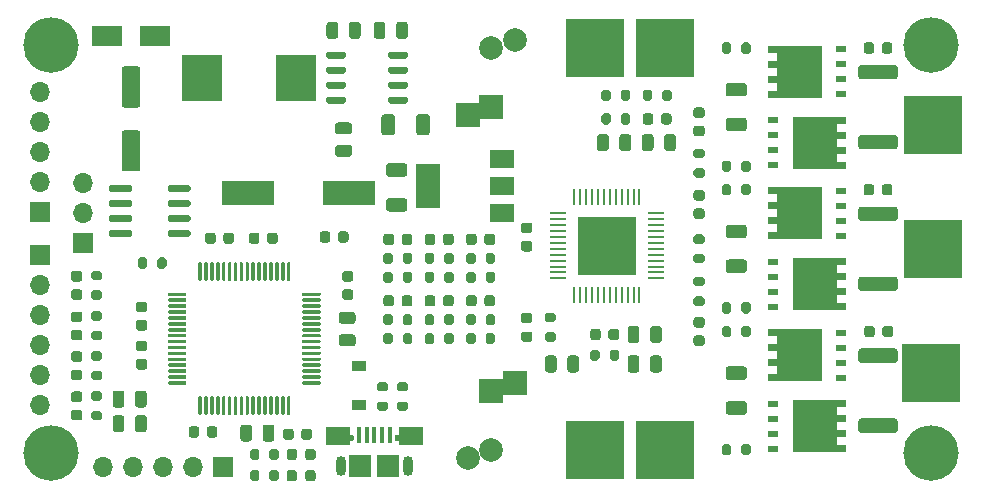
<source format=gbr>
%TF.GenerationSoftware,KiCad,Pcbnew,(5.1.10)-1*%
%TF.CreationDate,2021-12-01T19:41:51+01:00*%
%TF.ProjectId,xESC2,78455343-322e-46b6-9963-61645f706362,rev?*%
%TF.SameCoordinates,Original*%
%TF.FileFunction,Soldermask,Top*%
%TF.FilePolarity,Negative*%
%FSLAX46Y46*%
G04 Gerber Fmt 4.6, Leading zero omitted, Abs format (unit mm)*
G04 Created by KiCad (PCBNEW (5.1.10)-1) date 2021-12-01 19:41:51*
%MOMM*%
%LPD*%
G01*
G04 APERTURE LIST*
%ADD10O,1.700000X1.700000*%
%ADD11R,1.700000X1.700000*%
%ADD12C,0.600000*%
%ADD13O,0.850000X1.700000*%
%ADD14R,2.100000X1.600000*%
%ADD15R,1.900000X1.900000*%
%ADD16R,0.400000X1.350000*%
%ADD17R,1.200000X0.900000*%
%ADD18R,4.500000X2.000000*%
%ADD19R,5.000000X5.000000*%
%ADD20R,2.000000X1.500000*%
%ADD21R,2.000000X3.800000*%
%ADD22R,3.500000X4.000000*%
%ADD23R,2.500000X1.800000*%
%ADD24C,4.700000*%
%ADD25R,5.003800X5.003800*%
%ADD26R,1.340599X0.279400*%
%ADD27R,0.279400X1.340599*%
%ADD28C,0.100000*%
%ADD29R,0.850000X0.500000*%
%ADD30C,2.000000*%
%ADD31R,2.000000X2.000000*%
G04 APERTURE END LIST*
%TO.C,R38*%
G36*
G01*
X217225000Y-138675000D02*
X217225000Y-138125000D01*
G75*
G02*
X217425000Y-137925000I200000J0D01*
G01*
X217825000Y-137925000D01*
G75*
G02*
X218025000Y-138125000I0J-200000D01*
G01*
X218025000Y-138675000D01*
G75*
G02*
X217825000Y-138875000I-200000J0D01*
G01*
X217425000Y-138875000D01*
G75*
G02*
X217225000Y-138675000I0J200000D01*
G01*
G37*
G36*
G01*
X215575000Y-138675000D02*
X215575000Y-138125000D01*
G75*
G02*
X215775000Y-137925000I200000J0D01*
G01*
X216175000Y-137925000D01*
G75*
G02*
X216375000Y-138125000I0J-200000D01*
G01*
X216375000Y-138675000D01*
G75*
G02*
X216175000Y-138875000I-200000J0D01*
G01*
X215775000Y-138875000D01*
G75*
G02*
X215575000Y-138675000I0J200000D01*
G01*
G37*
%TD*%
%TO.C,R37*%
G36*
G01*
X217225000Y-140475000D02*
X217225000Y-139925000D01*
G75*
G02*
X217425000Y-139725000I200000J0D01*
G01*
X217825000Y-139725000D01*
G75*
G02*
X218025000Y-139925000I0J-200000D01*
G01*
X218025000Y-140475000D01*
G75*
G02*
X217825000Y-140675000I-200000J0D01*
G01*
X217425000Y-140675000D01*
G75*
G02*
X217225000Y-140475000I0J200000D01*
G01*
G37*
G36*
G01*
X215575000Y-140475000D02*
X215575000Y-139925000D01*
G75*
G02*
X215775000Y-139725000I200000J0D01*
G01*
X216175000Y-139725000D01*
G75*
G02*
X216375000Y-139925000I0J-200000D01*
G01*
X216375000Y-140475000D01*
G75*
G02*
X216175000Y-140675000I-200000J0D01*
G01*
X215775000Y-140675000D01*
G75*
G02*
X215575000Y-140475000I0J200000D01*
G01*
G37*
%TD*%
%TO.C,D5*%
G36*
G01*
X219550000Y-138153750D02*
X219550000Y-138666250D01*
G75*
G02*
X219331250Y-138885000I-218750J0D01*
G01*
X218893750Y-138885000D01*
G75*
G02*
X218675000Y-138666250I0J218750D01*
G01*
X218675000Y-138153750D01*
G75*
G02*
X218893750Y-137935000I218750J0D01*
G01*
X219331250Y-137935000D01*
G75*
G02*
X219550000Y-138153750I0J-218750D01*
G01*
G37*
G36*
G01*
X221125000Y-138153750D02*
X221125000Y-138666250D01*
G75*
G02*
X220906250Y-138885000I-218750J0D01*
G01*
X220468750Y-138885000D01*
G75*
G02*
X220250000Y-138666250I0J218750D01*
G01*
X220250000Y-138153750D01*
G75*
G02*
X220468750Y-137935000I218750J0D01*
G01*
X220906250Y-137935000D01*
G75*
G02*
X221125000Y-138153750I0J-218750D01*
G01*
G37*
%TD*%
%TO.C,D4*%
G36*
G01*
X219550000Y-139943750D02*
X219550000Y-140456250D01*
G75*
G02*
X219331250Y-140675000I-218750J0D01*
G01*
X218893750Y-140675000D01*
G75*
G02*
X218675000Y-140456250I0J218750D01*
G01*
X218675000Y-139943750D01*
G75*
G02*
X218893750Y-139725000I218750J0D01*
G01*
X219331250Y-139725000D01*
G75*
G02*
X219550000Y-139943750I0J-218750D01*
G01*
G37*
G36*
G01*
X221125000Y-139943750D02*
X221125000Y-140456250D01*
G75*
G02*
X220906250Y-140675000I-218750J0D01*
G01*
X220468750Y-140675000D01*
G75*
G02*
X220250000Y-140456250I0J218750D01*
G01*
X220250000Y-139943750D01*
G75*
G02*
X220468750Y-139725000I218750J0D01*
G01*
X220906250Y-139725000D01*
G75*
G02*
X221125000Y-139943750I0J-218750D01*
G01*
G37*
%TD*%
%TO.C,U5*%
G36*
G01*
X205600000Y-119555000D02*
X205600000Y-119855000D01*
G75*
G02*
X205450000Y-120005000I-150000J0D01*
G01*
X203800000Y-120005000D01*
G75*
G02*
X203650000Y-119855000I0J150000D01*
G01*
X203650000Y-119555000D01*
G75*
G02*
X203800000Y-119405000I150000J0D01*
G01*
X205450000Y-119405000D01*
G75*
G02*
X205600000Y-119555000I0J-150000D01*
G01*
G37*
G36*
G01*
X205600000Y-118285000D02*
X205600000Y-118585000D01*
G75*
G02*
X205450000Y-118735000I-150000J0D01*
G01*
X203800000Y-118735000D01*
G75*
G02*
X203650000Y-118585000I0J150000D01*
G01*
X203650000Y-118285000D01*
G75*
G02*
X203800000Y-118135000I150000J0D01*
G01*
X205450000Y-118135000D01*
G75*
G02*
X205600000Y-118285000I0J-150000D01*
G01*
G37*
G36*
G01*
X205600000Y-117015000D02*
X205600000Y-117315000D01*
G75*
G02*
X205450000Y-117465000I-150000J0D01*
G01*
X203800000Y-117465000D01*
G75*
G02*
X203650000Y-117315000I0J150000D01*
G01*
X203650000Y-117015000D01*
G75*
G02*
X203800000Y-116865000I150000J0D01*
G01*
X205450000Y-116865000D01*
G75*
G02*
X205600000Y-117015000I0J-150000D01*
G01*
G37*
G36*
G01*
X205600000Y-115745000D02*
X205600000Y-116045000D01*
G75*
G02*
X205450000Y-116195000I-150000J0D01*
G01*
X203800000Y-116195000D01*
G75*
G02*
X203650000Y-116045000I0J150000D01*
G01*
X203650000Y-115745000D01*
G75*
G02*
X203800000Y-115595000I150000J0D01*
G01*
X205450000Y-115595000D01*
G75*
G02*
X205600000Y-115745000I0J-150000D01*
G01*
G37*
G36*
G01*
X210550000Y-115745000D02*
X210550000Y-116045000D01*
G75*
G02*
X210400000Y-116195000I-150000J0D01*
G01*
X208750000Y-116195000D01*
G75*
G02*
X208600000Y-116045000I0J150000D01*
G01*
X208600000Y-115745000D01*
G75*
G02*
X208750000Y-115595000I150000J0D01*
G01*
X210400000Y-115595000D01*
G75*
G02*
X210550000Y-115745000I0J-150000D01*
G01*
G37*
G36*
G01*
X210550000Y-117015000D02*
X210550000Y-117315000D01*
G75*
G02*
X210400000Y-117465000I-150000J0D01*
G01*
X208750000Y-117465000D01*
G75*
G02*
X208600000Y-117315000I0J150000D01*
G01*
X208600000Y-117015000D01*
G75*
G02*
X208750000Y-116865000I150000J0D01*
G01*
X210400000Y-116865000D01*
G75*
G02*
X210550000Y-117015000I0J-150000D01*
G01*
G37*
G36*
G01*
X210550000Y-118285000D02*
X210550000Y-118585000D01*
G75*
G02*
X210400000Y-118735000I-150000J0D01*
G01*
X208750000Y-118735000D01*
G75*
G02*
X208600000Y-118585000I0J150000D01*
G01*
X208600000Y-118285000D01*
G75*
G02*
X208750000Y-118135000I150000J0D01*
G01*
X210400000Y-118135000D01*
G75*
G02*
X210550000Y-118285000I0J-150000D01*
G01*
G37*
G36*
G01*
X210550000Y-119555000D02*
X210550000Y-119855000D01*
G75*
G02*
X210400000Y-120005000I-150000J0D01*
G01*
X208750000Y-120005000D01*
G75*
G02*
X208600000Y-119855000I0J150000D01*
G01*
X208600000Y-119555000D01*
G75*
G02*
X208750000Y-119405000I150000J0D01*
G01*
X210400000Y-119405000D01*
G75*
G02*
X210550000Y-119555000I0J-150000D01*
G01*
G37*
%TD*%
%TO.C,R36*%
G36*
G01*
X207725000Y-122475000D02*
X207725000Y-121925000D01*
G75*
G02*
X207925000Y-121725000I200000J0D01*
G01*
X208325000Y-121725000D01*
G75*
G02*
X208525000Y-121925000I0J-200000D01*
G01*
X208525000Y-122475000D01*
G75*
G02*
X208325000Y-122675000I-200000J0D01*
G01*
X207925000Y-122675000D01*
G75*
G02*
X207725000Y-122475000I0J200000D01*
G01*
G37*
G36*
G01*
X206075000Y-122475000D02*
X206075000Y-121925000D01*
G75*
G02*
X206275000Y-121725000I200000J0D01*
G01*
X206675000Y-121725000D01*
G75*
G02*
X206875000Y-121925000I0J-200000D01*
G01*
X206875000Y-122475000D01*
G75*
G02*
X206675000Y-122675000I-200000J0D01*
G01*
X206275000Y-122675000D01*
G75*
G02*
X206075000Y-122475000I0J200000D01*
G01*
G37*
%TD*%
D10*
%TO.C,J5*%
X201400000Y-115420000D03*
X201400000Y-117960000D03*
D11*
X201400000Y-120500000D03*
%TD*%
D10*
%TO.C,J4*%
X197800000Y-107740000D03*
X197800000Y-110280000D03*
X197800000Y-112820000D03*
X197800000Y-115360000D03*
D11*
X197800000Y-117900000D03*
%TD*%
%TO.C,R35*%
G36*
G01*
X202325000Y-134725000D02*
X202875000Y-134725000D01*
G75*
G02*
X203075000Y-134925000I0J-200000D01*
G01*
X203075000Y-135325000D01*
G75*
G02*
X202875000Y-135525000I-200000J0D01*
G01*
X202325000Y-135525000D01*
G75*
G02*
X202125000Y-135325000I0J200000D01*
G01*
X202125000Y-134925000D01*
G75*
G02*
X202325000Y-134725000I200000J0D01*
G01*
G37*
G36*
G01*
X202325000Y-133075000D02*
X202875000Y-133075000D01*
G75*
G02*
X203075000Y-133275000I0J-200000D01*
G01*
X203075000Y-133675000D01*
G75*
G02*
X202875000Y-133875000I-200000J0D01*
G01*
X202325000Y-133875000D01*
G75*
G02*
X202125000Y-133675000I0J200000D01*
G01*
X202125000Y-133275000D01*
G75*
G02*
X202325000Y-133075000I200000J0D01*
G01*
G37*
%TD*%
%TO.C,R34*%
G36*
G01*
X202325000Y-131325000D02*
X202875000Y-131325000D01*
G75*
G02*
X203075000Y-131525000I0J-200000D01*
G01*
X203075000Y-131925000D01*
G75*
G02*
X202875000Y-132125000I-200000J0D01*
G01*
X202325000Y-132125000D01*
G75*
G02*
X202125000Y-131925000I0J200000D01*
G01*
X202125000Y-131525000D01*
G75*
G02*
X202325000Y-131325000I200000J0D01*
G01*
G37*
G36*
G01*
X202325000Y-129675000D02*
X202875000Y-129675000D01*
G75*
G02*
X203075000Y-129875000I0J-200000D01*
G01*
X203075000Y-130275000D01*
G75*
G02*
X202875000Y-130475000I-200000J0D01*
G01*
X202325000Y-130475000D01*
G75*
G02*
X202125000Y-130275000I0J200000D01*
G01*
X202125000Y-129875000D01*
G75*
G02*
X202325000Y-129675000I200000J0D01*
G01*
G37*
%TD*%
%TO.C,R33*%
G36*
G01*
X202325000Y-127925000D02*
X202875000Y-127925000D01*
G75*
G02*
X203075000Y-128125000I0J-200000D01*
G01*
X203075000Y-128525000D01*
G75*
G02*
X202875000Y-128725000I-200000J0D01*
G01*
X202325000Y-128725000D01*
G75*
G02*
X202125000Y-128525000I0J200000D01*
G01*
X202125000Y-128125000D01*
G75*
G02*
X202325000Y-127925000I200000J0D01*
G01*
G37*
G36*
G01*
X202325000Y-126275000D02*
X202875000Y-126275000D01*
G75*
G02*
X203075000Y-126475000I0J-200000D01*
G01*
X203075000Y-126875000D01*
G75*
G02*
X202875000Y-127075000I-200000J0D01*
G01*
X202325000Y-127075000D01*
G75*
G02*
X202125000Y-126875000I0J200000D01*
G01*
X202125000Y-126475000D01*
G75*
G02*
X202325000Y-126275000I200000J0D01*
G01*
G37*
%TD*%
%TO.C,R32*%
G36*
G01*
X228225000Y-133925000D02*
X228775000Y-133925000D01*
G75*
G02*
X228975000Y-134125000I0J-200000D01*
G01*
X228975000Y-134525000D01*
G75*
G02*
X228775000Y-134725000I-200000J0D01*
G01*
X228225000Y-134725000D01*
G75*
G02*
X228025000Y-134525000I0J200000D01*
G01*
X228025000Y-134125000D01*
G75*
G02*
X228225000Y-133925000I200000J0D01*
G01*
G37*
G36*
G01*
X228225000Y-132275000D02*
X228775000Y-132275000D01*
G75*
G02*
X228975000Y-132475000I0J-200000D01*
G01*
X228975000Y-132875000D01*
G75*
G02*
X228775000Y-133075000I-200000J0D01*
G01*
X228225000Y-133075000D01*
G75*
G02*
X228025000Y-132875000I0J200000D01*
G01*
X228025000Y-132475000D01*
G75*
G02*
X228225000Y-132275000I200000J0D01*
G01*
G37*
%TD*%
%TO.C,R31*%
G36*
G01*
X226525000Y-133925000D02*
X227075000Y-133925000D01*
G75*
G02*
X227275000Y-134125000I0J-200000D01*
G01*
X227275000Y-134525000D01*
G75*
G02*
X227075000Y-134725000I-200000J0D01*
G01*
X226525000Y-134725000D01*
G75*
G02*
X226325000Y-134525000I0J200000D01*
G01*
X226325000Y-134125000D01*
G75*
G02*
X226525000Y-133925000I200000J0D01*
G01*
G37*
G36*
G01*
X226525000Y-132275000D02*
X227075000Y-132275000D01*
G75*
G02*
X227275000Y-132475000I0J-200000D01*
G01*
X227275000Y-132875000D01*
G75*
G02*
X227075000Y-133075000I-200000J0D01*
G01*
X226525000Y-133075000D01*
G75*
G02*
X226325000Y-132875000I0J200000D01*
G01*
X226325000Y-132475000D01*
G75*
G02*
X226525000Y-132275000I200000J0D01*
G01*
G37*
%TD*%
%TO.C,R30*%
G36*
G01*
X202325000Y-124525000D02*
X202875000Y-124525000D01*
G75*
G02*
X203075000Y-124725000I0J-200000D01*
G01*
X203075000Y-125125000D01*
G75*
G02*
X202875000Y-125325000I-200000J0D01*
G01*
X202325000Y-125325000D01*
G75*
G02*
X202125000Y-125125000I0J200000D01*
G01*
X202125000Y-124725000D01*
G75*
G02*
X202325000Y-124525000I200000J0D01*
G01*
G37*
G36*
G01*
X202325000Y-122875000D02*
X202875000Y-122875000D01*
G75*
G02*
X203075000Y-123075000I0J-200000D01*
G01*
X203075000Y-123475000D01*
G75*
G02*
X202875000Y-123675000I-200000J0D01*
G01*
X202325000Y-123675000D01*
G75*
G02*
X202125000Y-123475000I0J200000D01*
G01*
X202125000Y-123075000D01*
G75*
G02*
X202325000Y-122875000I200000J0D01*
G01*
G37*
%TD*%
D10*
%TO.C,J3*%
X203120000Y-139500000D03*
X205660000Y-139500000D03*
X208200000Y-139500000D03*
X210740000Y-139500000D03*
D11*
X213280000Y-139500000D03*
%TD*%
D12*
%TO.C,J2*%
X228100000Y-137050000D03*
X224100000Y-137050000D03*
D13*
X228925000Y-139400000D03*
X223275000Y-139400000D03*
D14*
X229200000Y-136850000D03*
X223000000Y-136850000D03*
D15*
X227300000Y-139400000D03*
X224900000Y-139400000D03*
D16*
X227400000Y-136725000D03*
X226750000Y-136725000D03*
X226100000Y-136725000D03*
X225450000Y-136725000D03*
X224800000Y-136725000D03*
%TD*%
D10*
%TO.C,J1*%
X197800000Y-134200000D03*
X197800000Y-131660000D03*
X197800000Y-129120000D03*
X197800000Y-126580000D03*
X197800000Y-124040000D03*
D11*
X197800000Y-121500000D03*
%TD*%
D17*
%TO.C,D3*%
X224800000Y-134250000D03*
X224800000Y-130950000D03*
%TD*%
%TO.C,C47*%
G36*
G01*
X201150000Y-133975000D02*
X200650000Y-133975000D01*
G75*
G02*
X200425000Y-133750000I0J225000D01*
G01*
X200425000Y-133300000D01*
G75*
G02*
X200650000Y-133075000I225000J0D01*
G01*
X201150000Y-133075000D01*
G75*
G02*
X201375000Y-133300000I0J-225000D01*
G01*
X201375000Y-133750000D01*
G75*
G02*
X201150000Y-133975000I-225000J0D01*
G01*
G37*
G36*
G01*
X201150000Y-135525000D02*
X200650000Y-135525000D01*
G75*
G02*
X200425000Y-135300000I0J225000D01*
G01*
X200425000Y-134850000D01*
G75*
G02*
X200650000Y-134625000I225000J0D01*
G01*
X201150000Y-134625000D01*
G75*
G02*
X201375000Y-134850000I0J-225000D01*
G01*
X201375000Y-135300000D01*
G75*
G02*
X201150000Y-135525000I-225000J0D01*
G01*
G37*
%TD*%
%TO.C,C46*%
G36*
G01*
X201150000Y-130575000D02*
X200650000Y-130575000D01*
G75*
G02*
X200425000Y-130350000I0J225000D01*
G01*
X200425000Y-129900000D01*
G75*
G02*
X200650000Y-129675000I225000J0D01*
G01*
X201150000Y-129675000D01*
G75*
G02*
X201375000Y-129900000I0J-225000D01*
G01*
X201375000Y-130350000D01*
G75*
G02*
X201150000Y-130575000I-225000J0D01*
G01*
G37*
G36*
G01*
X201150000Y-132125000D02*
X200650000Y-132125000D01*
G75*
G02*
X200425000Y-131900000I0J225000D01*
G01*
X200425000Y-131450000D01*
G75*
G02*
X200650000Y-131225000I225000J0D01*
G01*
X201150000Y-131225000D01*
G75*
G02*
X201375000Y-131450000I0J-225000D01*
G01*
X201375000Y-131900000D01*
G75*
G02*
X201150000Y-132125000I-225000J0D01*
G01*
G37*
%TD*%
%TO.C,C45*%
G36*
G01*
X201150000Y-127205000D02*
X200650000Y-127205000D01*
G75*
G02*
X200425000Y-126980000I0J225000D01*
G01*
X200425000Y-126530000D01*
G75*
G02*
X200650000Y-126305000I225000J0D01*
G01*
X201150000Y-126305000D01*
G75*
G02*
X201375000Y-126530000I0J-225000D01*
G01*
X201375000Y-126980000D01*
G75*
G02*
X201150000Y-127205000I-225000J0D01*
G01*
G37*
G36*
G01*
X201150000Y-128755000D02*
X200650000Y-128755000D01*
G75*
G02*
X200425000Y-128530000I0J225000D01*
G01*
X200425000Y-128080000D01*
G75*
G02*
X200650000Y-127855000I225000J0D01*
G01*
X201150000Y-127855000D01*
G75*
G02*
X201375000Y-128080000I0J-225000D01*
G01*
X201375000Y-128530000D01*
G75*
G02*
X201150000Y-128755000I-225000J0D01*
G01*
G37*
%TD*%
%TO.C,C44*%
G36*
G01*
X201150000Y-123775000D02*
X200650000Y-123775000D01*
G75*
G02*
X200425000Y-123550000I0J225000D01*
G01*
X200425000Y-123100000D01*
G75*
G02*
X200650000Y-122875000I225000J0D01*
G01*
X201150000Y-122875000D01*
G75*
G02*
X201375000Y-123100000I0J-225000D01*
G01*
X201375000Y-123550000D01*
G75*
G02*
X201150000Y-123775000I-225000J0D01*
G01*
G37*
G36*
G01*
X201150000Y-125325000D02*
X200650000Y-125325000D01*
G75*
G02*
X200425000Y-125100000I0J225000D01*
G01*
X200425000Y-124650000D01*
G75*
G02*
X200650000Y-124425000I225000J0D01*
G01*
X201150000Y-124425000D01*
G75*
G02*
X201375000Y-124650000I0J-225000D01*
G01*
X201375000Y-125100000D01*
G75*
G02*
X201150000Y-125325000I-225000J0D01*
G01*
G37*
%TD*%
%TO.C,R29*%
G36*
G01*
X246025000Y-130275000D02*
X246025000Y-129725000D01*
G75*
G02*
X246225000Y-129525000I200000J0D01*
G01*
X246625000Y-129525000D01*
G75*
G02*
X246825000Y-129725000I0J-200000D01*
G01*
X246825000Y-130275000D01*
G75*
G02*
X246625000Y-130475000I-200000J0D01*
G01*
X246225000Y-130475000D01*
G75*
G02*
X246025000Y-130275000I0J200000D01*
G01*
G37*
G36*
G01*
X244375000Y-130275000D02*
X244375000Y-129725000D01*
G75*
G02*
X244575000Y-129525000I200000J0D01*
G01*
X244975000Y-129525000D01*
G75*
G02*
X245175000Y-129725000I0J-200000D01*
G01*
X245175000Y-130275000D01*
G75*
G02*
X244975000Y-130475000I-200000J0D01*
G01*
X244575000Y-130475000D01*
G75*
G02*
X244375000Y-130275000I0J200000D01*
G01*
G37*
%TD*%
%TO.C,R28*%
G36*
G01*
X235525000Y-127275000D02*
X235525000Y-126725000D01*
G75*
G02*
X235725000Y-126525000I200000J0D01*
G01*
X236125000Y-126525000D01*
G75*
G02*
X236325000Y-126725000I0J-200000D01*
G01*
X236325000Y-127275000D01*
G75*
G02*
X236125000Y-127475000I-200000J0D01*
G01*
X235725000Y-127475000D01*
G75*
G02*
X235525000Y-127275000I0J200000D01*
G01*
G37*
G36*
G01*
X233875000Y-127275000D02*
X233875000Y-126725000D01*
G75*
G02*
X234075000Y-126525000I200000J0D01*
G01*
X234475000Y-126525000D01*
G75*
G02*
X234675000Y-126725000I0J-200000D01*
G01*
X234675000Y-127275000D01*
G75*
G02*
X234475000Y-127475000I-200000J0D01*
G01*
X234075000Y-127475000D01*
G75*
G02*
X233875000Y-127275000I0J200000D01*
G01*
G37*
%TD*%
%TO.C,R27*%
G36*
G01*
X234675000Y-128325000D02*
X234675000Y-128875000D01*
G75*
G02*
X234475000Y-129075000I-200000J0D01*
G01*
X234075000Y-129075000D01*
G75*
G02*
X233875000Y-128875000I0J200000D01*
G01*
X233875000Y-128325000D01*
G75*
G02*
X234075000Y-128125000I200000J0D01*
G01*
X234475000Y-128125000D01*
G75*
G02*
X234675000Y-128325000I0J-200000D01*
G01*
G37*
G36*
G01*
X236325000Y-128325000D02*
X236325000Y-128875000D01*
G75*
G02*
X236125000Y-129075000I-200000J0D01*
G01*
X235725000Y-129075000D01*
G75*
G02*
X235525000Y-128875000I0J200000D01*
G01*
X235525000Y-128325000D01*
G75*
G02*
X235725000Y-128125000I200000J0D01*
G01*
X236125000Y-128125000D01*
G75*
G02*
X236325000Y-128325000I0J-200000D01*
G01*
G37*
%TD*%
%TO.C,R26*%
G36*
G01*
X232025000Y-127275000D02*
X232025000Y-126725000D01*
G75*
G02*
X232225000Y-126525000I200000J0D01*
G01*
X232625000Y-126525000D01*
G75*
G02*
X232825000Y-126725000I0J-200000D01*
G01*
X232825000Y-127275000D01*
G75*
G02*
X232625000Y-127475000I-200000J0D01*
G01*
X232225000Y-127475000D01*
G75*
G02*
X232025000Y-127275000I0J200000D01*
G01*
G37*
G36*
G01*
X230375000Y-127275000D02*
X230375000Y-126725000D01*
G75*
G02*
X230575000Y-126525000I200000J0D01*
G01*
X230975000Y-126525000D01*
G75*
G02*
X231175000Y-126725000I0J-200000D01*
G01*
X231175000Y-127275000D01*
G75*
G02*
X230975000Y-127475000I-200000J0D01*
G01*
X230575000Y-127475000D01*
G75*
G02*
X230375000Y-127275000I0J200000D01*
G01*
G37*
%TD*%
%TO.C,R25*%
G36*
G01*
X231175000Y-128325000D02*
X231175000Y-128875000D01*
G75*
G02*
X230975000Y-129075000I-200000J0D01*
G01*
X230575000Y-129075000D01*
G75*
G02*
X230375000Y-128875000I0J200000D01*
G01*
X230375000Y-128325000D01*
G75*
G02*
X230575000Y-128125000I200000J0D01*
G01*
X230975000Y-128125000D01*
G75*
G02*
X231175000Y-128325000I0J-200000D01*
G01*
G37*
G36*
G01*
X232825000Y-128325000D02*
X232825000Y-128875000D01*
G75*
G02*
X232625000Y-129075000I-200000J0D01*
G01*
X232225000Y-129075000D01*
G75*
G02*
X232025000Y-128875000I0J200000D01*
G01*
X232025000Y-128325000D01*
G75*
G02*
X232225000Y-128125000I200000J0D01*
G01*
X232625000Y-128125000D01*
G75*
G02*
X232825000Y-128325000I0J-200000D01*
G01*
G37*
%TD*%
%TO.C,R24*%
G36*
G01*
X228525000Y-127275000D02*
X228525000Y-126725000D01*
G75*
G02*
X228725000Y-126525000I200000J0D01*
G01*
X229125000Y-126525000D01*
G75*
G02*
X229325000Y-126725000I0J-200000D01*
G01*
X229325000Y-127275000D01*
G75*
G02*
X229125000Y-127475000I-200000J0D01*
G01*
X228725000Y-127475000D01*
G75*
G02*
X228525000Y-127275000I0J200000D01*
G01*
G37*
G36*
G01*
X226875000Y-127275000D02*
X226875000Y-126725000D01*
G75*
G02*
X227075000Y-126525000I200000J0D01*
G01*
X227475000Y-126525000D01*
G75*
G02*
X227675000Y-126725000I0J-200000D01*
G01*
X227675000Y-127275000D01*
G75*
G02*
X227475000Y-127475000I-200000J0D01*
G01*
X227075000Y-127475000D01*
G75*
G02*
X226875000Y-127275000I0J200000D01*
G01*
G37*
%TD*%
%TO.C,R23*%
G36*
G01*
X227675000Y-128325000D02*
X227675000Y-128875000D01*
G75*
G02*
X227475000Y-129075000I-200000J0D01*
G01*
X227075000Y-129075000D01*
G75*
G02*
X226875000Y-128875000I0J200000D01*
G01*
X226875000Y-128325000D01*
G75*
G02*
X227075000Y-128125000I200000J0D01*
G01*
X227475000Y-128125000D01*
G75*
G02*
X227675000Y-128325000I0J-200000D01*
G01*
G37*
G36*
G01*
X229325000Y-128325000D02*
X229325000Y-128875000D01*
G75*
G02*
X229125000Y-129075000I-200000J0D01*
G01*
X228725000Y-129075000D01*
G75*
G02*
X228525000Y-128875000I0J200000D01*
G01*
X228525000Y-128325000D01*
G75*
G02*
X228725000Y-128125000I200000J0D01*
G01*
X229125000Y-128125000D01*
G75*
G02*
X229325000Y-128325000I0J-200000D01*
G01*
G37*
%TD*%
%TO.C,R22*%
G36*
G01*
X227675000Y-121525000D02*
X227675000Y-122075000D01*
G75*
G02*
X227475000Y-122275000I-200000J0D01*
G01*
X227075000Y-122275000D01*
G75*
G02*
X226875000Y-122075000I0J200000D01*
G01*
X226875000Y-121525000D01*
G75*
G02*
X227075000Y-121325000I200000J0D01*
G01*
X227475000Y-121325000D01*
G75*
G02*
X227675000Y-121525000I0J-200000D01*
G01*
G37*
G36*
G01*
X229325000Y-121525000D02*
X229325000Y-122075000D01*
G75*
G02*
X229125000Y-122275000I-200000J0D01*
G01*
X228725000Y-122275000D01*
G75*
G02*
X228525000Y-122075000I0J200000D01*
G01*
X228525000Y-121525000D01*
G75*
G02*
X228725000Y-121325000I200000J0D01*
G01*
X229125000Y-121325000D01*
G75*
G02*
X229325000Y-121525000I0J-200000D01*
G01*
G37*
%TD*%
%TO.C,R21*%
G36*
G01*
X228525000Y-123675000D02*
X228525000Y-123125000D01*
G75*
G02*
X228725000Y-122925000I200000J0D01*
G01*
X229125000Y-122925000D01*
G75*
G02*
X229325000Y-123125000I0J-200000D01*
G01*
X229325000Y-123675000D01*
G75*
G02*
X229125000Y-123875000I-200000J0D01*
G01*
X228725000Y-123875000D01*
G75*
G02*
X228525000Y-123675000I0J200000D01*
G01*
G37*
G36*
G01*
X226875000Y-123675000D02*
X226875000Y-123125000D01*
G75*
G02*
X227075000Y-122925000I200000J0D01*
G01*
X227475000Y-122925000D01*
G75*
G02*
X227675000Y-123125000I0J-200000D01*
G01*
X227675000Y-123675000D01*
G75*
G02*
X227475000Y-123875000I-200000J0D01*
G01*
X227075000Y-123875000D01*
G75*
G02*
X226875000Y-123675000I0J200000D01*
G01*
G37*
%TD*%
%TO.C,R20*%
G36*
G01*
X231175000Y-121525000D02*
X231175000Y-122075000D01*
G75*
G02*
X230975000Y-122275000I-200000J0D01*
G01*
X230575000Y-122275000D01*
G75*
G02*
X230375000Y-122075000I0J200000D01*
G01*
X230375000Y-121525000D01*
G75*
G02*
X230575000Y-121325000I200000J0D01*
G01*
X230975000Y-121325000D01*
G75*
G02*
X231175000Y-121525000I0J-200000D01*
G01*
G37*
G36*
G01*
X232825000Y-121525000D02*
X232825000Y-122075000D01*
G75*
G02*
X232625000Y-122275000I-200000J0D01*
G01*
X232225000Y-122275000D01*
G75*
G02*
X232025000Y-122075000I0J200000D01*
G01*
X232025000Y-121525000D01*
G75*
G02*
X232225000Y-121325000I200000J0D01*
G01*
X232625000Y-121325000D01*
G75*
G02*
X232825000Y-121525000I0J-200000D01*
G01*
G37*
%TD*%
%TO.C,R19*%
G36*
G01*
X232025000Y-123675000D02*
X232025000Y-123125000D01*
G75*
G02*
X232225000Y-122925000I200000J0D01*
G01*
X232625000Y-122925000D01*
G75*
G02*
X232825000Y-123125000I0J-200000D01*
G01*
X232825000Y-123675000D01*
G75*
G02*
X232625000Y-123875000I-200000J0D01*
G01*
X232225000Y-123875000D01*
G75*
G02*
X232025000Y-123675000I0J200000D01*
G01*
G37*
G36*
G01*
X230375000Y-123675000D02*
X230375000Y-123125000D01*
G75*
G02*
X230575000Y-122925000I200000J0D01*
G01*
X230975000Y-122925000D01*
G75*
G02*
X231175000Y-123125000I0J-200000D01*
G01*
X231175000Y-123675000D01*
G75*
G02*
X230975000Y-123875000I-200000J0D01*
G01*
X230575000Y-123875000D01*
G75*
G02*
X230375000Y-123675000I0J200000D01*
G01*
G37*
%TD*%
%TO.C,R18*%
G36*
G01*
X234675000Y-121525000D02*
X234675000Y-122075000D01*
G75*
G02*
X234475000Y-122275000I-200000J0D01*
G01*
X234075000Y-122275000D01*
G75*
G02*
X233875000Y-122075000I0J200000D01*
G01*
X233875000Y-121525000D01*
G75*
G02*
X234075000Y-121325000I200000J0D01*
G01*
X234475000Y-121325000D01*
G75*
G02*
X234675000Y-121525000I0J-200000D01*
G01*
G37*
G36*
G01*
X236325000Y-121525000D02*
X236325000Y-122075000D01*
G75*
G02*
X236125000Y-122275000I-200000J0D01*
G01*
X235725000Y-122275000D01*
G75*
G02*
X235525000Y-122075000I0J200000D01*
G01*
X235525000Y-121525000D01*
G75*
G02*
X235725000Y-121325000I200000J0D01*
G01*
X236125000Y-121325000D01*
G75*
G02*
X236325000Y-121525000I0J-200000D01*
G01*
G37*
%TD*%
%TO.C,R17*%
G36*
G01*
X235525000Y-123675000D02*
X235525000Y-123125000D01*
G75*
G02*
X235725000Y-122925000I200000J0D01*
G01*
X236125000Y-122925000D01*
G75*
G02*
X236325000Y-123125000I0J-200000D01*
G01*
X236325000Y-123675000D01*
G75*
G02*
X236125000Y-123875000I-200000J0D01*
G01*
X235725000Y-123875000D01*
G75*
G02*
X235525000Y-123675000I0J200000D01*
G01*
G37*
G36*
G01*
X233875000Y-123675000D02*
X233875000Y-123125000D01*
G75*
G02*
X234075000Y-122925000I200000J0D01*
G01*
X234475000Y-122925000D01*
G75*
G02*
X234675000Y-123125000I0J-200000D01*
G01*
X234675000Y-123675000D01*
G75*
G02*
X234475000Y-123875000I-200000J0D01*
G01*
X234075000Y-123875000D01*
G75*
G02*
X233875000Y-123675000I0J200000D01*
G01*
G37*
%TD*%
%TO.C,C43*%
G36*
G01*
X211275000Y-136250000D02*
X211275000Y-136750000D01*
G75*
G02*
X211050000Y-136975000I-225000J0D01*
G01*
X210600000Y-136975000D01*
G75*
G02*
X210375000Y-136750000I0J225000D01*
G01*
X210375000Y-136250000D01*
G75*
G02*
X210600000Y-136025000I225000J0D01*
G01*
X211050000Y-136025000D01*
G75*
G02*
X211275000Y-136250000I0J-225000D01*
G01*
G37*
G36*
G01*
X212825000Y-136250000D02*
X212825000Y-136750000D01*
G75*
G02*
X212600000Y-136975000I-225000J0D01*
G01*
X212150000Y-136975000D01*
G75*
G02*
X211925000Y-136750000I0J225000D01*
G01*
X211925000Y-136250000D01*
G75*
G02*
X212150000Y-136025000I225000J0D01*
G01*
X212600000Y-136025000D01*
G75*
G02*
X212825000Y-136250000I0J-225000D01*
G01*
G37*
%TD*%
%TO.C,C42*%
G36*
G01*
X219925000Y-136950000D02*
X219925000Y-136450000D01*
G75*
G02*
X220150000Y-136225000I225000J0D01*
G01*
X220600000Y-136225000D01*
G75*
G02*
X220825000Y-136450000I0J-225000D01*
G01*
X220825000Y-136950000D01*
G75*
G02*
X220600000Y-137175000I-225000J0D01*
G01*
X220150000Y-137175000D01*
G75*
G02*
X219925000Y-136950000I0J225000D01*
G01*
G37*
G36*
G01*
X218375000Y-136950000D02*
X218375000Y-136450000D01*
G75*
G02*
X218600000Y-136225000I225000J0D01*
G01*
X219050000Y-136225000D01*
G75*
G02*
X219275000Y-136450000I0J-225000D01*
G01*
X219275000Y-136950000D01*
G75*
G02*
X219050000Y-137175000I-225000J0D01*
G01*
X218600000Y-137175000D01*
G75*
G02*
X218375000Y-136950000I0J225000D01*
G01*
G37*
%TD*%
%TO.C,C41*%
G36*
G01*
X213325000Y-120350000D02*
X213325000Y-119850000D01*
G75*
G02*
X213550000Y-119625000I225000J0D01*
G01*
X214000000Y-119625000D01*
G75*
G02*
X214225000Y-119850000I0J-225000D01*
G01*
X214225000Y-120350000D01*
G75*
G02*
X214000000Y-120575000I-225000J0D01*
G01*
X213550000Y-120575000D01*
G75*
G02*
X213325000Y-120350000I0J225000D01*
G01*
G37*
G36*
G01*
X211775000Y-120350000D02*
X211775000Y-119850000D01*
G75*
G02*
X212000000Y-119625000I225000J0D01*
G01*
X212450000Y-119625000D01*
G75*
G02*
X212675000Y-119850000I0J-225000D01*
G01*
X212675000Y-120350000D01*
G75*
G02*
X212450000Y-120575000I-225000J0D01*
G01*
X212000000Y-120575000D01*
G75*
G02*
X211775000Y-120350000I0J225000D01*
G01*
G37*
%TD*%
%TO.C,C40*%
G36*
G01*
X224100000Y-123775000D02*
X223600000Y-123775000D01*
G75*
G02*
X223375000Y-123550000I0J225000D01*
G01*
X223375000Y-123100000D01*
G75*
G02*
X223600000Y-122875000I225000J0D01*
G01*
X224100000Y-122875000D01*
G75*
G02*
X224325000Y-123100000I0J-225000D01*
G01*
X224325000Y-123550000D01*
G75*
G02*
X224100000Y-123775000I-225000J0D01*
G01*
G37*
G36*
G01*
X224100000Y-125325000D02*
X223600000Y-125325000D01*
G75*
G02*
X223375000Y-125100000I0J225000D01*
G01*
X223375000Y-124650000D01*
G75*
G02*
X223600000Y-124425000I225000J0D01*
G01*
X224100000Y-124425000D01*
G75*
G02*
X224325000Y-124650000I0J-225000D01*
G01*
X224325000Y-125100000D01*
G75*
G02*
X224100000Y-125325000I-225000J0D01*
G01*
G37*
%TD*%
%TO.C,C39*%
G36*
G01*
X205840000Y-134195000D02*
X205840000Y-133245000D01*
G75*
G02*
X206090000Y-132995000I250000J0D01*
G01*
X206590000Y-132995000D01*
G75*
G02*
X206840000Y-133245000I0J-250000D01*
G01*
X206840000Y-134195000D01*
G75*
G02*
X206590000Y-134445000I-250000J0D01*
G01*
X206090000Y-134445000D01*
G75*
G02*
X205840000Y-134195000I0J250000D01*
G01*
G37*
G36*
G01*
X203940000Y-134195000D02*
X203940000Y-133245000D01*
G75*
G02*
X204190000Y-132995000I250000J0D01*
G01*
X204690000Y-132995000D01*
G75*
G02*
X204940000Y-133245000I0J-250000D01*
G01*
X204940000Y-134195000D01*
G75*
G02*
X204690000Y-134445000I-250000J0D01*
G01*
X204190000Y-134445000D01*
G75*
G02*
X203940000Y-134195000I0J250000D01*
G01*
G37*
%TD*%
%TO.C,C38*%
G36*
G01*
X205840000Y-136275000D02*
X205840000Y-135325000D01*
G75*
G02*
X206090000Y-135075000I250000J0D01*
G01*
X206590000Y-135075000D01*
G75*
G02*
X206840000Y-135325000I0J-250000D01*
G01*
X206840000Y-136275000D01*
G75*
G02*
X206590000Y-136525000I-250000J0D01*
G01*
X206090000Y-136525000D01*
G75*
G02*
X205840000Y-136275000I0J250000D01*
G01*
G37*
G36*
G01*
X203940000Y-136275000D02*
X203940000Y-135325000D01*
G75*
G02*
X204190000Y-135075000I250000J0D01*
G01*
X204690000Y-135075000D01*
G75*
G02*
X204940000Y-135325000I0J-250000D01*
G01*
X204940000Y-136275000D01*
G75*
G02*
X204690000Y-136525000I-250000J0D01*
G01*
X204190000Y-136525000D01*
G75*
G02*
X203940000Y-136275000I0J250000D01*
G01*
G37*
%TD*%
%TO.C,C37*%
G36*
G01*
X206650000Y-129675000D02*
X206150000Y-129675000D01*
G75*
G02*
X205925000Y-129450000I0J225000D01*
G01*
X205925000Y-129000000D01*
G75*
G02*
X206150000Y-128775000I225000J0D01*
G01*
X206650000Y-128775000D01*
G75*
G02*
X206875000Y-129000000I0J-225000D01*
G01*
X206875000Y-129450000D01*
G75*
G02*
X206650000Y-129675000I-225000J0D01*
G01*
G37*
G36*
G01*
X206650000Y-131225000D02*
X206150000Y-131225000D01*
G75*
G02*
X205925000Y-131000000I0J225000D01*
G01*
X205925000Y-130550000D01*
G75*
G02*
X206150000Y-130325000I225000J0D01*
G01*
X206650000Y-130325000D01*
G75*
G02*
X206875000Y-130550000I0J-225000D01*
G01*
X206875000Y-131000000D01*
G75*
G02*
X206650000Y-131225000I-225000J0D01*
G01*
G37*
%TD*%
%TO.C,C36*%
G36*
G01*
X224275000Y-127350000D02*
X223325000Y-127350000D01*
G75*
G02*
X223075000Y-127100000I0J250000D01*
G01*
X223075000Y-126600000D01*
G75*
G02*
X223325000Y-126350000I250000J0D01*
G01*
X224275000Y-126350000D01*
G75*
G02*
X224525000Y-126600000I0J-250000D01*
G01*
X224525000Y-127100000D01*
G75*
G02*
X224275000Y-127350000I-250000J0D01*
G01*
G37*
G36*
G01*
X224275000Y-129250000D02*
X223325000Y-129250000D01*
G75*
G02*
X223075000Y-129000000I0J250000D01*
G01*
X223075000Y-128500000D01*
G75*
G02*
X223325000Y-128250000I250000J0D01*
G01*
X224275000Y-128250000D01*
G75*
G02*
X224525000Y-128500000I0J-250000D01*
G01*
X224525000Y-129000000D01*
G75*
G02*
X224275000Y-129250000I-250000J0D01*
G01*
G37*
%TD*%
%TO.C,C35*%
G36*
G01*
X216650000Y-137075000D02*
X216650000Y-136125000D01*
G75*
G02*
X216900000Y-135875000I250000J0D01*
G01*
X217400000Y-135875000D01*
G75*
G02*
X217650000Y-136125000I0J-250000D01*
G01*
X217650000Y-137075000D01*
G75*
G02*
X217400000Y-137325000I-250000J0D01*
G01*
X216900000Y-137325000D01*
G75*
G02*
X216650000Y-137075000I0J250000D01*
G01*
G37*
G36*
G01*
X214750000Y-137075000D02*
X214750000Y-136125000D01*
G75*
G02*
X215000000Y-135875000I250000J0D01*
G01*
X215500000Y-135875000D01*
G75*
G02*
X215750000Y-136125000I0J-250000D01*
G01*
X215750000Y-137075000D01*
G75*
G02*
X215500000Y-137325000I-250000J0D01*
G01*
X215000000Y-137325000D01*
G75*
G02*
X214750000Y-137075000I0J250000D01*
G01*
G37*
%TD*%
%TO.C,C34*%
G36*
G01*
X206650000Y-126375000D02*
X206150000Y-126375000D01*
G75*
G02*
X205925000Y-126150000I0J225000D01*
G01*
X205925000Y-125700000D01*
G75*
G02*
X206150000Y-125475000I225000J0D01*
G01*
X206650000Y-125475000D01*
G75*
G02*
X206875000Y-125700000I0J-225000D01*
G01*
X206875000Y-126150000D01*
G75*
G02*
X206650000Y-126375000I-225000J0D01*
G01*
G37*
G36*
G01*
X206650000Y-127925000D02*
X206150000Y-127925000D01*
G75*
G02*
X205925000Y-127700000I0J225000D01*
G01*
X205925000Y-127250000D01*
G75*
G02*
X206150000Y-127025000I225000J0D01*
G01*
X206650000Y-127025000D01*
G75*
G02*
X206875000Y-127250000I0J-225000D01*
G01*
X206875000Y-127700000D01*
G75*
G02*
X206650000Y-127925000I-225000J0D01*
G01*
G37*
%TD*%
%TO.C,C33*%
G36*
G01*
X223025000Y-120250000D02*
X223025000Y-119750000D01*
G75*
G02*
X223250000Y-119525000I225000J0D01*
G01*
X223700000Y-119525000D01*
G75*
G02*
X223925000Y-119750000I0J-225000D01*
G01*
X223925000Y-120250000D01*
G75*
G02*
X223700000Y-120475000I-225000J0D01*
G01*
X223250000Y-120475000D01*
G75*
G02*
X223025000Y-120250000I0J225000D01*
G01*
G37*
G36*
G01*
X221475000Y-120250000D02*
X221475000Y-119750000D01*
G75*
G02*
X221700000Y-119525000I225000J0D01*
G01*
X222150000Y-119525000D01*
G75*
G02*
X222375000Y-119750000I0J-225000D01*
G01*
X222375000Y-120250000D01*
G75*
G02*
X222150000Y-120475000I-225000J0D01*
G01*
X221700000Y-120475000D01*
G75*
G02*
X221475000Y-120250000I0J225000D01*
G01*
G37*
%TD*%
%TO.C,C32*%
G36*
G01*
X217025000Y-120350000D02*
X217025000Y-119850000D01*
G75*
G02*
X217250000Y-119625000I225000J0D01*
G01*
X217700000Y-119625000D01*
G75*
G02*
X217925000Y-119850000I0J-225000D01*
G01*
X217925000Y-120350000D01*
G75*
G02*
X217700000Y-120575000I-225000J0D01*
G01*
X217250000Y-120575000D01*
G75*
G02*
X217025000Y-120350000I0J225000D01*
G01*
G37*
G36*
G01*
X215475000Y-120350000D02*
X215475000Y-119850000D01*
G75*
G02*
X215700000Y-119625000I225000J0D01*
G01*
X216150000Y-119625000D01*
G75*
G02*
X216375000Y-119850000I0J-225000D01*
G01*
X216375000Y-120350000D01*
G75*
G02*
X216150000Y-120575000I-225000J0D01*
G01*
X215700000Y-120575000D01*
G75*
G02*
X215475000Y-120350000I0J225000D01*
G01*
G37*
%TD*%
%TO.C,C31*%
G36*
G01*
X235425000Y-125650000D02*
X235425000Y-125150000D01*
G75*
G02*
X235650000Y-124925000I225000J0D01*
G01*
X236100000Y-124925000D01*
G75*
G02*
X236325000Y-125150000I0J-225000D01*
G01*
X236325000Y-125650000D01*
G75*
G02*
X236100000Y-125875000I-225000J0D01*
G01*
X235650000Y-125875000D01*
G75*
G02*
X235425000Y-125650000I0J225000D01*
G01*
G37*
G36*
G01*
X233875000Y-125650000D02*
X233875000Y-125150000D01*
G75*
G02*
X234100000Y-124925000I225000J0D01*
G01*
X234550000Y-124925000D01*
G75*
G02*
X234775000Y-125150000I0J-225000D01*
G01*
X234775000Y-125650000D01*
G75*
G02*
X234550000Y-125875000I-225000J0D01*
G01*
X234100000Y-125875000D01*
G75*
G02*
X233875000Y-125650000I0J225000D01*
G01*
G37*
%TD*%
%TO.C,C30*%
G36*
G01*
X231925000Y-125650000D02*
X231925000Y-125150000D01*
G75*
G02*
X232150000Y-124925000I225000J0D01*
G01*
X232600000Y-124925000D01*
G75*
G02*
X232825000Y-125150000I0J-225000D01*
G01*
X232825000Y-125650000D01*
G75*
G02*
X232600000Y-125875000I-225000J0D01*
G01*
X232150000Y-125875000D01*
G75*
G02*
X231925000Y-125650000I0J225000D01*
G01*
G37*
G36*
G01*
X230375000Y-125650000D02*
X230375000Y-125150000D01*
G75*
G02*
X230600000Y-124925000I225000J0D01*
G01*
X231050000Y-124925000D01*
G75*
G02*
X231275000Y-125150000I0J-225000D01*
G01*
X231275000Y-125650000D01*
G75*
G02*
X231050000Y-125875000I-225000J0D01*
G01*
X230600000Y-125875000D01*
G75*
G02*
X230375000Y-125650000I0J225000D01*
G01*
G37*
%TD*%
%TO.C,C29*%
G36*
G01*
X228425000Y-125650000D02*
X228425000Y-125150000D01*
G75*
G02*
X228650000Y-124925000I225000J0D01*
G01*
X229100000Y-124925000D01*
G75*
G02*
X229325000Y-125150000I0J-225000D01*
G01*
X229325000Y-125650000D01*
G75*
G02*
X229100000Y-125875000I-225000J0D01*
G01*
X228650000Y-125875000D01*
G75*
G02*
X228425000Y-125650000I0J225000D01*
G01*
G37*
G36*
G01*
X226875000Y-125650000D02*
X226875000Y-125150000D01*
G75*
G02*
X227100000Y-124925000I225000J0D01*
G01*
X227550000Y-124925000D01*
G75*
G02*
X227775000Y-125150000I0J-225000D01*
G01*
X227775000Y-125650000D01*
G75*
G02*
X227550000Y-125875000I-225000J0D01*
G01*
X227100000Y-125875000D01*
G75*
G02*
X226875000Y-125650000I0J225000D01*
G01*
G37*
%TD*%
%TO.C,C28*%
G36*
G01*
X227775000Y-119950000D02*
X227775000Y-120450000D01*
G75*
G02*
X227550000Y-120675000I-225000J0D01*
G01*
X227100000Y-120675000D01*
G75*
G02*
X226875000Y-120450000I0J225000D01*
G01*
X226875000Y-119950000D01*
G75*
G02*
X227100000Y-119725000I225000J0D01*
G01*
X227550000Y-119725000D01*
G75*
G02*
X227775000Y-119950000I0J-225000D01*
G01*
G37*
G36*
G01*
X229325000Y-119950000D02*
X229325000Y-120450000D01*
G75*
G02*
X229100000Y-120675000I-225000J0D01*
G01*
X228650000Y-120675000D01*
G75*
G02*
X228425000Y-120450000I0J225000D01*
G01*
X228425000Y-119950000D01*
G75*
G02*
X228650000Y-119725000I225000J0D01*
G01*
X229100000Y-119725000D01*
G75*
G02*
X229325000Y-119950000I0J-225000D01*
G01*
G37*
%TD*%
%TO.C,C27*%
G36*
G01*
X231275000Y-119950000D02*
X231275000Y-120450000D01*
G75*
G02*
X231050000Y-120675000I-225000J0D01*
G01*
X230600000Y-120675000D01*
G75*
G02*
X230375000Y-120450000I0J225000D01*
G01*
X230375000Y-119950000D01*
G75*
G02*
X230600000Y-119725000I225000J0D01*
G01*
X231050000Y-119725000D01*
G75*
G02*
X231275000Y-119950000I0J-225000D01*
G01*
G37*
G36*
G01*
X232825000Y-119950000D02*
X232825000Y-120450000D01*
G75*
G02*
X232600000Y-120675000I-225000J0D01*
G01*
X232150000Y-120675000D01*
G75*
G02*
X231925000Y-120450000I0J225000D01*
G01*
X231925000Y-119950000D01*
G75*
G02*
X232150000Y-119725000I225000J0D01*
G01*
X232600000Y-119725000D01*
G75*
G02*
X232825000Y-119950000I0J-225000D01*
G01*
G37*
%TD*%
%TO.C,C15*%
G36*
G01*
X234775000Y-119950000D02*
X234775000Y-120450000D01*
G75*
G02*
X234550000Y-120675000I-225000J0D01*
G01*
X234100000Y-120675000D01*
G75*
G02*
X233875000Y-120450000I0J225000D01*
G01*
X233875000Y-119950000D01*
G75*
G02*
X234100000Y-119725000I225000J0D01*
G01*
X234550000Y-119725000D01*
G75*
G02*
X234775000Y-119950000I0J-225000D01*
G01*
G37*
G36*
G01*
X236325000Y-119950000D02*
X236325000Y-120450000D01*
G75*
G02*
X236100000Y-120675000I-225000J0D01*
G01*
X235650000Y-120675000D01*
G75*
G02*
X235425000Y-120450000I0J225000D01*
G01*
X235425000Y-119950000D01*
G75*
G02*
X235650000Y-119725000I225000J0D01*
G01*
X236100000Y-119725000D01*
G75*
G02*
X236325000Y-119950000I0J-225000D01*
G01*
G37*
%TD*%
D18*
%TO.C,Y1*%
X223950000Y-116300000D03*
X215450000Y-116300000D03*
%TD*%
%TO.C,U4*%
G36*
G01*
X211200000Y-123625000D02*
X211200000Y-122225000D01*
G75*
G02*
X211275000Y-122150000I75000J0D01*
G01*
X211425000Y-122150000D01*
G75*
G02*
X211500000Y-122225000I0J-75000D01*
G01*
X211500000Y-123625000D01*
G75*
G02*
X211425000Y-123700000I-75000J0D01*
G01*
X211275000Y-123700000D01*
G75*
G02*
X211200000Y-123625000I0J75000D01*
G01*
G37*
G36*
G01*
X211700000Y-123625000D02*
X211700000Y-122225000D01*
G75*
G02*
X211775000Y-122150000I75000J0D01*
G01*
X211925000Y-122150000D01*
G75*
G02*
X212000000Y-122225000I0J-75000D01*
G01*
X212000000Y-123625000D01*
G75*
G02*
X211925000Y-123700000I-75000J0D01*
G01*
X211775000Y-123700000D01*
G75*
G02*
X211700000Y-123625000I0J75000D01*
G01*
G37*
G36*
G01*
X212200000Y-123625000D02*
X212200000Y-122225000D01*
G75*
G02*
X212275000Y-122150000I75000J0D01*
G01*
X212425000Y-122150000D01*
G75*
G02*
X212500000Y-122225000I0J-75000D01*
G01*
X212500000Y-123625000D01*
G75*
G02*
X212425000Y-123700000I-75000J0D01*
G01*
X212275000Y-123700000D01*
G75*
G02*
X212200000Y-123625000I0J75000D01*
G01*
G37*
G36*
G01*
X212700000Y-123625000D02*
X212700000Y-122225000D01*
G75*
G02*
X212775000Y-122150000I75000J0D01*
G01*
X212925000Y-122150000D01*
G75*
G02*
X213000000Y-122225000I0J-75000D01*
G01*
X213000000Y-123625000D01*
G75*
G02*
X212925000Y-123700000I-75000J0D01*
G01*
X212775000Y-123700000D01*
G75*
G02*
X212700000Y-123625000I0J75000D01*
G01*
G37*
G36*
G01*
X213200000Y-123625000D02*
X213200000Y-122225000D01*
G75*
G02*
X213275000Y-122150000I75000J0D01*
G01*
X213425000Y-122150000D01*
G75*
G02*
X213500000Y-122225000I0J-75000D01*
G01*
X213500000Y-123625000D01*
G75*
G02*
X213425000Y-123700000I-75000J0D01*
G01*
X213275000Y-123700000D01*
G75*
G02*
X213200000Y-123625000I0J75000D01*
G01*
G37*
G36*
G01*
X213700000Y-123625000D02*
X213700000Y-122225000D01*
G75*
G02*
X213775000Y-122150000I75000J0D01*
G01*
X213925000Y-122150000D01*
G75*
G02*
X214000000Y-122225000I0J-75000D01*
G01*
X214000000Y-123625000D01*
G75*
G02*
X213925000Y-123700000I-75000J0D01*
G01*
X213775000Y-123700000D01*
G75*
G02*
X213700000Y-123625000I0J75000D01*
G01*
G37*
G36*
G01*
X214200000Y-123625000D02*
X214200000Y-122225000D01*
G75*
G02*
X214275000Y-122150000I75000J0D01*
G01*
X214425000Y-122150000D01*
G75*
G02*
X214500000Y-122225000I0J-75000D01*
G01*
X214500000Y-123625000D01*
G75*
G02*
X214425000Y-123700000I-75000J0D01*
G01*
X214275000Y-123700000D01*
G75*
G02*
X214200000Y-123625000I0J75000D01*
G01*
G37*
G36*
G01*
X214700000Y-123625000D02*
X214700000Y-122225000D01*
G75*
G02*
X214775000Y-122150000I75000J0D01*
G01*
X214925000Y-122150000D01*
G75*
G02*
X215000000Y-122225000I0J-75000D01*
G01*
X215000000Y-123625000D01*
G75*
G02*
X214925000Y-123700000I-75000J0D01*
G01*
X214775000Y-123700000D01*
G75*
G02*
X214700000Y-123625000I0J75000D01*
G01*
G37*
G36*
G01*
X215200000Y-123625000D02*
X215200000Y-122225000D01*
G75*
G02*
X215275000Y-122150000I75000J0D01*
G01*
X215425000Y-122150000D01*
G75*
G02*
X215500000Y-122225000I0J-75000D01*
G01*
X215500000Y-123625000D01*
G75*
G02*
X215425000Y-123700000I-75000J0D01*
G01*
X215275000Y-123700000D01*
G75*
G02*
X215200000Y-123625000I0J75000D01*
G01*
G37*
G36*
G01*
X215700000Y-123625000D02*
X215700000Y-122225000D01*
G75*
G02*
X215775000Y-122150000I75000J0D01*
G01*
X215925000Y-122150000D01*
G75*
G02*
X216000000Y-122225000I0J-75000D01*
G01*
X216000000Y-123625000D01*
G75*
G02*
X215925000Y-123700000I-75000J0D01*
G01*
X215775000Y-123700000D01*
G75*
G02*
X215700000Y-123625000I0J75000D01*
G01*
G37*
G36*
G01*
X216200000Y-123625000D02*
X216200000Y-122225000D01*
G75*
G02*
X216275000Y-122150000I75000J0D01*
G01*
X216425000Y-122150000D01*
G75*
G02*
X216500000Y-122225000I0J-75000D01*
G01*
X216500000Y-123625000D01*
G75*
G02*
X216425000Y-123700000I-75000J0D01*
G01*
X216275000Y-123700000D01*
G75*
G02*
X216200000Y-123625000I0J75000D01*
G01*
G37*
G36*
G01*
X216700000Y-123625000D02*
X216700000Y-122225000D01*
G75*
G02*
X216775000Y-122150000I75000J0D01*
G01*
X216925000Y-122150000D01*
G75*
G02*
X217000000Y-122225000I0J-75000D01*
G01*
X217000000Y-123625000D01*
G75*
G02*
X216925000Y-123700000I-75000J0D01*
G01*
X216775000Y-123700000D01*
G75*
G02*
X216700000Y-123625000I0J75000D01*
G01*
G37*
G36*
G01*
X217200000Y-123625000D02*
X217200000Y-122225000D01*
G75*
G02*
X217275000Y-122150000I75000J0D01*
G01*
X217425000Y-122150000D01*
G75*
G02*
X217500000Y-122225000I0J-75000D01*
G01*
X217500000Y-123625000D01*
G75*
G02*
X217425000Y-123700000I-75000J0D01*
G01*
X217275000Y-123700000D01*
G75*
G02*
X217200000Y-123625000I0J75000D01*
G01*
G37*
G36*
G01*
X217700000Y-123625000D02*
X217700000Y-122225000D01*
G75*
G02*
X217775000Y-122150000I75000J0D01*
G01*
X217925000Y-122150000D01*
G75*
G02*
X218000000Y-122225000I0J-75000D01*
G01*
X218000000Y-123625000D01*
G75*
G02*
X217925000Y-123700000I-75000J0D01*
G01*
X217775000Y-123700000D01*
G75*
G02*
X217700000Y-123625000I0J75000D01*
G01*
G37*
G36*
G01*
X218200000Y-123625000D02*
X218200000Y-122225000D01*
G75*
G02*
X218275000Y-122150000I75000J0D01*
G01*
X218425000Y-122150000D01*
G75*
G02*
X218500000Y-122225000I0J-75000D01*
G01*
X218500000Y-123625000D01*
G75*
G02*
X218425000Y-123700000I-75000J0D01*
G01*
X218275000Y-123700000D01*
G75*
G02*
X218200000Y-123625000I0J75000D01*
G01*
G37*
G36*
G01*
X218700000Y-123625000D02*
X218700000Y-122225000D01*
G75*
G02*
X218775000Y-122150000I75000J0D01*
G01*
X218925000Y-122150000D01*
G75*
G02*
X219000000Y-122225000I0J-75000D01*
G01*
X219000000Y-123625000D01*
G75*
G02*
X218925000Y-123700000I-75000J0D01*
G01*
X218775000Y-123700000D01*
G75*
G02*
X218700000Y-123625000I0J75000D01*
G01*
G37*
G36*
G01*
X220000000Y-124925000D02*
X220000000Y-124775000D01*
G75*
G02*
X220075000Y-124700000I75000J0D01*
G01*
X221475000Y-124700000D01*
G75*
G02*
X221550000Y-124775000I0J-75000D01*
G01*
X221550000Y-124925000D01*
G75*
G02*
X221475000Y-125000000I-75000J0D01*
G01*
X220075000Y-125000000D01*
G75*
G02*
X220000000Y-124925000I0J75000D01*
G01*
G37*
G36*
G01*
X220000000Y-125425000D02*
X220000000Y-125275000D01*
G75*
G02*
X220075000Y-125200000I75000J0D01*
G01*
X221475000Y-125200000D01*
G75*
G02*
X221550000Y-125275000I0J-75000D01*
G01*
X221550000Y-125425000D01*
G75*
G02*
X221475000Y-125500000I-75000J0D01*
G01*
X220075000Y-125500000D01*
G75*
G02*
X220000000Y-125425000I0J75000D01*
G01*
G37*
G36*
G01*
X220000000Y-125925000D02*
X220000000Y-125775000D01*
G75*
G02*
X220075000Y-125700000I75000J0D01*
G01*
X221475000Y-125700000D01*
G75*
G02*
X221550000Y-125775000I0J-75000D01*
G01*
X221550000Y-125925000D01*
G75*
G02*
X221475000Y-126000000I-75000J0D01*
G01*
X220075000Y-126000000D01*
G75*
G02*
X220000000Y-125925000I0J75000D01*
G01*
G37*
G36*
G01*
X220000000Y-126425000D02*
X220000000Y-126275000D01*
G75*
G02*
X220075000Y-126200000I75000J0D01*
G01*
X221475000Y-126200000D01*
G75*
G02*
X221550000Y-126275000I0J-75000D01*
G01*
X221550000Y-126425000D01*
G75*
G02*
X221475000Y-126500000I-75000J0D01*
G01*
X220075000Y-126500000D01*
G75*
G02*
X220000000Y-126425000I0J75000D01*
G01*
G37*
G36*
G01*
X220000000Y-126925000D02*
X220000000Y-126775000D01*
G75*
G02*
X220075000Y-126700000I75000J0D01*
G01*
X221475000Y-126700000D01*
G75*
G02*
X221550000Y-126775000I0J-75000D01*
G01*
X221550000Y-126925000D01*
G75*
G02*
X221475000Y-127000000I-75000J0D01*
G01*
X220075000Y-127000000D01*
G75*
G02*
X220000000Y-126925000I0J75000D01*
G01*
G37*
G36*
G01*
X220000000Y-127425000D02*
X220000000Y-127275000D01*
G75*
G02*
X220075000Y-127200000I75000J0D01*
G01*
X221475000Y-127200000D01*
G75*
G02*
X221550000Y-127275000I0J-75000D01*
G01*
X221550000Y-127425000D01*
G75*
G02*
X221475000Y-127500000I-75000J0D01*
G01*
X220075000Y-127500000D01*
G75*
G02*
X220000000Y-127425000I0J75000D01*
G01*
G37*
G36*
G01*
X220000000Y-127925000D02*
X220000000Y-127775000D01*
G75*
G02*
X220075000Y-127700000I75000J0D01*
G01*
X221475000Y-127700000D01*
G75*
G02*
X221550000Y-127775000I0J-75000D01*
G01*
X221550000Y-127925000D01*
G75*
G02*
X221475000Y-128000000I-75000J0D01*
G01*
X220075000Y-128000000D01*
G75*
G02*
X220000000Y-127925000I0J75000D01*
G01*
G37*
G36*
G01*
X220000000Y-128425000D02*
X220000000Y-128275000D01*
G75*
G02*
X220075000Y-128200000I75000J0D01*
G01*
X221475000Y-128200000D01*
G75*
G02*
X221550000Y-128275000I0J-75000D01*
G01*
X221550000Y-128425000D01*
G75*
G02*
X221475000Y-128500000I-75000J0D01*
G01*
X220075000Y-128500000D01*
G75*
G02*
X220000000Y-128425000I0J75000D01*
G01*
G37*
G36*
G01*
X220000000Y-128925000D02*
X220000000Y-128775000D01*
G75*
G02*
X220075000Y-128700000I75000J0D01*
G01*
X221475000Y-128700000D01*
G75*
G02*
X221550000Y-128775000I0J-75000D01*
G01*
X221550000Y-128925000D01*
G75*
G02*
X221475000Y-129000000I-75000J0D01*
G01*
X220075000Y-129000000D01*
G75*
G02*
X220000000Y-128925000I0J75000D01*
G01*
G37*
G36*
G01*
X220000000Y-129425000D02*
X220000000Y-129275000D01*
G75*
G02*
X220075000Y-129200000I75000J0D01*
G01*
X221475000Y-129200000D01*
G75*
G02*
X221550000Y-129275000I0J-75000D01*
G01*
X221550000Y-129425000D01*
G75*
G02*
X221475000Y-129500000I-75000J0D01*
G01*
X220075000Y-129500000D01*
G75*
G02*
X220000000Y-129425000I0J75000D01*
G01*
G37*
G36*
G01*
X220000000Y-129925000D02*
X220000000Y-129775000D01*
G75*
G02*
X220075000Y-129700000I75000J0D01*
G01*
X221475000Y-129700000D01*
G75*
G02*
X221550000Y-129775000I0J-75000D01*
G01*
X221550000Y-129925000D01*
G75*
G02*
X221475000Y-130000000I-75000J0D01*
G01*
X220075000Y-130000000D01*
G75*
G02*
X220000000Y-129925000I0J75000D01*
G01*
G37*
G36*
G01*
X220000000Y-130425000D02*
X220000000Y-130275000D01*
G75*
G02*
X220075000Y-130200000I75000J0D01*
G01*
X221475000Y-130200000D01*
G75*
G02*
X221550000Y-130275000I0J-75000D01*
G01*
X221550000Y-130425000D01*
G75*
G02*
X221475000Y-130500000I-75000J0D01*
G01*
X220075000Y-130500000D01*
G75*
G02*
X220000000Y-130425000I0J75000D01*
G01*
G37*
G36*
G01*
X220000000Y-130925000D02*
X220000000Y-130775000D01*
G75*
G02*
X220075000Y-130700000I75000J0D01*
G01*
X221475000Y-130700000D01*
G75*
G02*
X221550000Y-130775000I0J-75000D01*
G01*
X221550000Y-130925000D01*
G75*
G02*
X221475000Y-131000000I-75000J0D01*
G01*
X220075000Y-131000000D01*
G75*
G02*
X220000000Y-130925000I0J75000D01*
G01*
G37*
G36*
G01*
X220000000Y-131425000D02*
X220000000Y-131275000D01*
G75*
G02*
X220075000Y-131200000I75000J0D01*
G01*
X221475000Y-131200000D01*
G75*
G02*
X221550000Y-131275000I0J-75000D01*
G01*
X221550000Y-131425000D01*
G75*
G02*
X221475000Y-131500000I-75000J0D01*
G01*
X220075000Y-131500000D01*
G75*
G02*
X220000000Y-131425000I0J75000D01*
G01*
G37*
G36*
G01*
X220000000Y-131925000D02*
X220000000Y-131775000D01*
G75*
G02*
X220075000Y-131700000I75000J0D01*
G01*
X221475000Y-131700000D01*
G75*
G02*
X221550000Y-131775000I0J-75000D01*
G01*
X221550000Y-131925000D01*
G75*
G02*
X221475000Y-132000000I-75000J0D01*
G01*
X220075000Y-132000000D01*
G75*
G02*
X220000000Y-131925000I0J75000D01*
G01*
G37*
G36*
G01*
X220000000Y-132425000D02*
X220000000Y-132275000D01*
G75*
G02*
X220075000Y-132200000I75000J0D01*
G01*
X221475000Y-132200000D01*
G75*
G02*
X221550000Y-132275000I0J-75000D01*
G01*
X221550000Y-132425000D01*
G75*
G02*
X221475000Y-132500000I-75000J0D01*
G01*
X220075000Y-132500000D01*
G75*
G02*
X220000000Y-132425000I0J75000D01*
G01*
G37*
G36*
G01*
X218700000Y-134975000D02*
X218700000Y-133575000D01*
G75*
G02*
X218775000Y-133500000I75000J0D01*
G01*
X218925000Y-133500000D01*
G75*
G02*
X219000000Y-133575000I0J-75000D01*
G01*
X219000000Y-134975000D01*
G75*
G02*
X218925000Y-135050000I-75000J0D01*
G01*
X218775000Y-135050000D01*
G75*
G02*
X218700000Y-134975000I0J75000D01*
G01*
G37*
G36*
G01*
X218200000Y-134975000D02*
X218200000Y-133575000D01*
G75*
G02*
X218275000Y-133500000I75000J0D01*
G01*
X218425000Y-133500000D01*
G75*
G02*
X218500000Y-133575000I0J-75000D01*
G01*
X218500000Y-134975000D01*
G75*
G02*
X218425000Y-135050000I-75000J0D01*
G01*
X218275000Y-135050000D01*
G75*
G02*
X218200000Y-134975000I0J75000D01*
G01*
G37*
G36*
G01*
X217700000Y-134975000D02*
X217700000Y-133575000D01*
G75*
G02*
X217775000Y-133500000I75000J0D01*
G01*
X217925000Y-133500000D01*
G75*
G02*
X218000000Y-133575000I0J-75000D01*
G01*
X218000000Y-134975000D01*
G75*
G02*
X217925000Y-135050000I-75000J0D01*
G01*
X217775000Y-135050000D01*
G75*
G02*
X217700000Y-134975000I0J75000D01*
G01*
G37*
G36*
G01*
X217200000Y-134975000D02*
X217200000Y-133575000D01*
G75*
G02*
X217275000Y-133500000I75000J0D01*
G01*
X217425000Y-133500000D01*
G75*
G02*
X217500000Y-133575000I0J-75000D01*
G01*
X217500000Y-134975000D01*
G75*
G02*
X217425000Y-135050000I-75000J0D01*
G01*
X217275000Y-135050000D01*
G75*
G02*
X217200000Y-134975000I0J75000D01*
G01*
G37*
G36*
G01*
X216700000Y-134975000D02*
X216700000Y-133575000D01*
G75*
G02*
X216775000Y-133500000I75000J0D01*
G01*
X216925000Y-133500000D01*
G75*
G02*
X217000000Y-133575000I0J-75000D01*
G01*
X217000000Y-134975000D01*
G75*
G02*
X216925000Y-135050000I-75000J0D01*
G01*
X216775000Y-135050000D01*
G75*
G02*
X216700000Y-134975000I0J75000D01*
G01*
G37*
G36*
G01*
X216200000Y-134975000D02*
X216200000Y-133575000D01*
G75*
G02*
X216275000Y-133500000I75000J0D01*
G01*
X216425000Y-133500000D01*
G75*
G02*
X216500000Y-133575000I0J-75000D01*
G01*
X216500000Y-134975000D01*
G75*
G02*
X216425000Y-135050000I-75000J0D01*
G01*
X216275000Y-135050000D01*
G75*
G02*
X216200000Y-134975000I0J75000D01*
G01*
G37*
G36*
G01*
X215700000Y-134975000D02*
X215700000Y-133575000D01*
G75*
G02*
X215775000Y-133500000I75000J0D01*
G01*
X215925000Y-133500000D01*
G75*
G02*
X216000000Y-133575000I0J-75000D01*
G01*
X216000000Y-134975000D01*
G75*
G02*
X215925000Y-135050000I-75000J0D01*
G01*
X215775000Y-135050000D01*
G75*
G02*
X215700000Y-134975000I0J75000D01*
G01*
G37*
G36*
G01*
X215200000Y-134975000D02*
X215200000Y-133575000D01*
G75*
G02*
X215275000Y-133500000I75000J0D01*
G01*
X215425000Y-133500000D01*
G75*
G02*
X215500000Y-133575000I0J-75000D01*
G01*
X215500000Y-134975000D01*
G75*
G02*
X215425000Y-135050000I-75000J0D01*
G01*
X215275000Y-135050000D01*
G75*
G02*
X215200000Y-134975000I0J75000D01*
G01*
G37*
G36*
G01*
X214700000Y-134975000D02*
X214700000Y-133575000D01*
G75*
G02*
X214775000Y-133500000I75000J0D01*
G01*
X214925000Y-133500000D01*
G75*
G02*
X215000000Y-133575000I0J-75000D01*
G01*
X215000000Y-134975000D01*
G75*
G02*
X214925000Y-135050000I-75000J0D01*
G01*
X214775000Y-135050000D01*
G75*
G02*
X214700000Y-134975000I0J75000D01*
G01*
G37*
G36*
G01*
X214200000Y-134975000D02*
X214200000Y-133575000D01*
G75*
G02*
X214275000Y-133500000I75000J0D01*
G01*
X214425000Y-133500000D01*
G75*
G02*
X214500000Y-133575000I0J-75000D01*
G01*
X214500000Y-134975000D01*
G75*
G02*
X214425000Y-135050000I-75000J0D01*
G01*
X214275000Y-135050000D01*
G75*
G02*
X214200000Y-134975000I0J75000D01*
G01*
G37*
G36*
G01*
X213700000Y-134975000D02*
X213700000Y-133575000D01*
G75*
G02*
X213775000Y-133500000I75000J0D01*
G01*
X213925000Y-133500000D01*
G75*
G02*
X214000000Y-133575000I0J-75000D01*
G01*
X214000000Y-134975000D01*
G75*
G02*
X213925000Y-135050000I-75000J0D01*
G01*
X213775000Y-135050000D01*
G75*
G02*
X213700000Y-134975000I0J75000D01*
G01*
G37*
G36*
G01*
X213200000Y-134975000D02*
X213200000Y-133575000D01*
G75*
G02*
X213275000Y-133500000I75000J0D01*
G01*
X213425000Y-133500000D01*
G75*
G02*
X213500000Y-133575000I0J-75000D01*
G01*
X213500000Y-134975000D01*
G75*
G02*
X213425000Y-135050000I-75000J0D01*
G01*
X213275000Y-135050000D01*
G75*
G02*
X213200000Y-134975000I0J75000D01*
G01*
G37*
G36*
G01*
X212700000Y-134975000D02*
X212700000Y-133575000D01*
G75*
G02*
X212775000Y-133500000I75000J0D01*
G01*
X212925000Y-133500000D01*
G75*
G02*
X213000000Y-133575000I0J-75000D01*
G01*
X213000000Y-134975000D01*
G75*
G02*
X212925000Y-135050000I-75000J0D01*
G01*
X212775000Y-135050000D01*
G75*
G02*
X212700000Y-134975000I0J75000D01*
G01*
G37*
G36*
G01*
X212200000Y-134975000D02*
X212200000Y-133575000D01*
G75*
G02*
X212275000Y-133500000I75000J0D01*
G01*
X212425000Y-133500000D01*
G75*
G02*
X212500000Y-133575000I0J-75000D01*
G01*
X212500000Y-134975000D01*
G75*
G02*
X212425000Y-135050000I-75000J0D01*
G01*
X212275000Y-135050000D01*
G75*
G02*
X212200000Y-134975000I0J75000D01*
G01*
G37*
G36*
G01*
X211700000Y-134975000D02*
X211700000Y-133575000D01*
G75*
G02*
X211775000Y-133500000I75000J0D01*
G01*
X211925000Y-133500000D01*
G75*
G02*
X212000000Y-133575000I0J-75000D01*
G01*
X212000000Y-134975000D01*
G75*
G02*
X211925000Y-135050000I-75000J0D01*
G01*
X211775000Y-135050000D01*
G75*
G02*
X211700000Y-134975000I0J75000D01*
G01*
G37*
G36*
G01*
X211200000Y-134975000D02*
X211200000Y-133575000D01*
G75*
G02*
X211275000Y-133500000I75000J0D01*
G01*
X211425000Y-133500000D01*
G75*
G02*
X211500000Y-133575000I0J-75000D01*
G01*
X211500000Y-134975000D01*
G75*
G02*
X211425000Y-135050000I-75000J0D01*
G01*
X211275000Y-135050000D01*
G75*
G02*
X211200000Y-134975000I0J75000D01*
G01*
G37*
G36*
G01*
X208650000Y-132425000D02*
X208650000Y-132275000D01*
G75*
G02*
X208725000Y-132200000I75000J0D01*
G01*
X210125000Y-132200000D01*
G75*
G02*
X210200000Y-132275000I0J-75000D01*
G01*
X210200000Y-132425000D01*
G75*
G02*
X210125000Y-132500000I-75000J0D01*
G01*
X208725000Y-132500000D01*
G75*
G02*
X208650000Y-132425000I0J75000D01*
G01*
G37*
G36*
G01*
X208650000Y-131925000D02*
X208650000Y-131775000D01*
G75*
G02*
X208725000Y-131700000I75000J0D01*
G01*
X210125000Y-131700000D01*
G75*
G02*
X210200000Y-131775000I0J-75000D01*
G01*
X210200000Y-131925000D01*
G75*
G02*
X210125000Y-132000000I-75000J0D01*
G01*
X208725000Y-132000000D01*
G75*
G02*
X208650000Y-131925000I0J75000D01*
G01*
G37*
G36*
G01*
X208650000Y-131425000D02*
X208650000Y-131275000D01*
G75*
G02*
X208725000Y-131200000I75000J0D01*
G01*
X210125000Y-131200000D01*
G75*
G02*
X210200000Y-131275000I0J-75000D01*
G01*
X210200000Y-131425000D01*
G75*
G02*
X210125000Y-131500000I-75000J0D01*
G01*
X208725000Y-131500000D01*
G75*
G02*
X208650000Y-131425000I0J75000D01*
G01*
G37*
G36*
G01*
X208650000Y-130925000D02*
X208650000Y-130775000D01*
G75*
G02*
X208725000Y-130700000I75000J0D01*
G01*
X210125000Y-130700000D01*
G75*
G02*
X210200000Y-130775000I0J-75000D01*
G01*
X210200000Y-130925000D01*
G75*
G02*
X210125000Y-131000000I-75000J0D01*
G01*
X208725000Y-131000000D01*
G75*
G02*
X208650000Y-130925000I0J75000D01*
G01*
G37*
G36*
G01*
X208650000Y-130425000D02*
X208650000Y-130275000D01*
G75*
G02*
X208725000Y-130200000I75000J0D01*
G01*
X210125000Y-130200000D01*
G75*
G02*
X210200000Y-130275000I0J-75000D01*
G01*
X210200000Y-130425000D01*
G75*
G02*
X210125000Y-130500000I-75000J0D01*
G01*
X208725000Y-130500000D01*
G75*
G02*
X208650000Y-130425000I0J75000D01*
G01*
G37*
G36*
G01*
X208650000Y-129925000D02*
X208650000Y-129775000D01*
G75*
G02*
X208725000Y-129700000I75000J0D01*
G01*
X210125000Y-129700000D01*
G75*
G02*
X210200000Y-129775000I0J-75000D01*
G01*
X210200000Y-129925000D01*
G75*
G02*
X210125000Y-130000000I-75000J0D01*
G01*
X208725000Y-130000000D01*
G75*
G02*
X208650000Y-129925000I0J75000D01*
G01*
G37*
G36*
G01*
X208650000Y-129425000D02*
X208650000Y-129275000D01*
G75*
G02*
X208725000Y-129200000I75000J0D01*
G01*
X210125000Y-129200000D01*
G75*
G02*
X210200000Y-129275000I0J-75000D01*
G01*
X210200000Y-129425000D01*
G75*
G02*
X210125000Y-129500000I-75000J0D01*
G01*
X208725000Y-129500000D01*
G75*
G02*
X208650000Y-129425000I0J75000D01*
G01*
G37*
G36*
G01*
X208650000Y-128925000D02*
X208650000Y-128775000D01*
G75*
G02*
X208725000Y-128700000I75000J0D01*
G01*
X210125000Y-128700000D01*
G75*
G02*
X210200000Y-128775000I0J-75000D01*
G01*
X210200000Y-128925000D01*
G75*
G02*
X210125000Y-129000000I-75000J0D01*
G01*
X208725000Y-129000000D01*
G75*
G02*
X208650000Y-128925000I0J75000D01*
G01*
G37*
G36*
G01*
X208650000Y-128425000D02*
X208650000Y-128275000D01*
G75*
G02*
X208725000Y-128200000I75000J0D01*
G01*
X210125000Y-128200000D01*
G75*
G02*
X210200000Y-128275000I0J-75000D01*
G01*
X210200000Y-128425000D01*
G75*
G02*
X210125000Y-128500000I-75000J0D01*
G01*
X208725000Y-128500000D01*
G75*
G02*
X208650000Y-128425000I0J75000D01*
G01*
G37*
G36*
G01*
X208650000Y-127925000D02*
X208650000Y-127775000D01*
G75*
G02*
X208725000Y-127700000I75000J0D01*
G01*
X210125000Y-127700000D01*
G75*
G02*
X210200000Y-127775000I0J-75000D01*
G01*
X210200000Y-127925000D01*
G75*
G02*
X210125000Y-128000000I-75000J0D01*
G01*
X208725000Y-128000000D01*
G75*
G02*
X208650000Y-127925000I0J75000D01*
G01*
G37*
G36*
G01*
X208650000Y-127425000D02*
X208650000Y-127275000D01*
G75*
G02*
X208725000Y-127200000I75000J0D01*
G01*
X210125000Y-127200000D01*
G75*
G02*
X210200000Y-127275000I0J-75000D01*
G01*
X210200000Y-127425000D01*
G75*
G02*
X210125000Y-127500000I-75000J0D01*
G01*
X208725000Y-127500000D01*
G75*
G02*
X208650000Y-127425000I0J75000D01*
G01*
G37*
G36*
G01*
X208650000Y-126925000D02*
X208650000Y-126775000D01*
G75*
G02*
X208725000Y-126700000I75000J0D01*
G01*
X210125000Y-126700000D01*
G75*
G02*
X210200000Y-126775000I0J-75000D01*
G01*
X210200000Y-126925000D01*
G75*
G02*
X210125000Y-127000000I-75000J0D01*
G01*
X208725000Y-127000000D01*
G75*
G02*
X208650000Y-126925000I0J75000D01*
G01*
G37*
G36*
G01*
X208650000Y-126425000D02*
X208650000Y-126275000D01*
G75*
G02*
X208725000Y-126200000I75000J0D01*
G01*
X210125000Y-126200000D01*
G75*
G02*
X210200000Y-126275000I0J-75000D01*
G01*
X210200000Y-126425000D01*
G75*
G02*
X210125000Y-126500000I-75000J0D01*
G01*
X208725000Y-126500000D01*
G75*
G02*
X208650000Y-126425000I0J75000D01*
G01*
G37*
G36*
G01*
X208650000Y-125925000D02*
X208650000Y-125775000D01*
G75*
G02*
X208725000Y-125700000I75000J0D01*
G01*
X210125000Y-125700000D01*
G75*
G02*
X210200000Y-125775000I0J-75000D01*
G01*
X210200000Y-125925000D01*
G75*
G02*
X210125000Y-126000000I-75000J0D01*
G01*
X208725000Y-126000000D01*
G75*
G02*
X208650000Y-125925000I0J75000D01*
G01*
G37*
G36*
G01*
X208650000Y-125425000D02*
X208650000Y-125275000D01*
G75*
G02*
X208725000Y-125200000I75000J0D01*
G01*
X210125000Y-125200000D01*
G75*
G02*
X210200000Y-125275000I0J-75000D01*
G01*
X210200000Y-125425000D01*
G75*
G02*
X210125000Y-125500000I-75000J0D01*
G01*
X208725000Y-125500000D01*
G75*
G02*
X208650000Y-125425000I0J75000D01*
G01*
G37*
G36*
G01*
X208650000Y-124925000D02*
X208650000Y-124775000D01*
G75*
G02*
X208725000Y-124700000I75000J0D01*
G01*
X210125000Y-124700000D01*
G75*
G02*
X210200000Y-124775000I0J-75000D01*
G01*
X210200000Y-124925000D01*
G75*
G02*
X210125000Y-125000000I-75000J0D01*
G01*
X208725000Y-125000000D01*
G75*
G02*
X208650000Y-124925000I0J75000D01*
G01*
G37*
%TD*%
D19*
%TO.C,TP7*%
X244750000Y-138000000D03*
%TD*%
%TO.C,TP6*%
X244750000Y-104000000D03*
%TD*%
%TO.C,TP5*%
X250750000Y-138000000D03*
%TD*%
%TO.C,TP4*%
X250750000Y-104000000D03*
%TD*%
D20*
%TO.C,U3*%
X236950000Y-118000000D03*
X236950000Y-113400000D03*
X236950000Y-115700000D03*
D21*
X230650000Y-115700000D03*
%TD*%
%TO.C,U2*%
G36*
G01*
X223700000Y-108255000D02*
X223700000Y-108555000D01*
G75*
G02*
X223550000Y-108705000I-150000J0D01*
G01*
X222200000Y-108705000D01*
G75*
G02*
X222050000Y-108555000I0J150000D01*
G01*
X222050000Y-108255000D01*
G75*
G02*
X222200000Y-108105000I150000J0D01*
G01*
X223550000Y-108105000D01*
G75*
G02*
X223700000Y-108255000I0J-150000D01*
G01*
G37*
G36*
G01*
X223700000Y-106985000D02*
X223700000Y-107285000D01*
G75*
G02*
X223550000Y-107435000I-150000J0D01*
G01*
X222200000Y-107435000D01*
G75*
G02*
X222050000Y-107285000I0J150000D01*
G01*
X222050000Y-106985000D01*
G75*
G02*
X222200000Y-106835000I150000J0D01*
G01*
X223550000Y-106835000D01*
G75*
G02*
X223700000Y-106985000I0J-150000D01*
G01*
G37*
G36*
G01*
X223700000Y-105715000D02*
X223700000Y-106015000D01*
G75*
G02*
X223550000Y-106165000I-150000J0D01*
G01*
X222200000Y-106165000D01*
G75*
G02*
X222050000Y-106015000I0J150000D01*
G01*
X222050000Y-105715000D01*
G75*
G02*
X222200000Y-105565000I150000J0D01*
G01*
X223550000Y-105565000D01*
G75*
G02*
X223700000Y-105715000I0J-150000D01*
G01*
G37*
G36*
G01*
X223700000Y-104445000D02*
X223700000Y-104745000D01*
G75*
G02*
X223550000Y-104895000I-150000J0D01*
G01*
X222200000Y-104895000D01*
G75*
G02*
X222050000Y-104745000I0J150000D01*
G01*
X222050000Y-104445000D01*
G75*
G02*
X222200000Y-104295000I150000J0D01*
G01*
X223550000Y-104295000D01*
G75*
G02*
X223700000Y-104445000I0J-150000D01*
G01*
G37*
G36*
G01*
X228950000Y-104445000D02*
X228950000Y-104745000D01*
G75*
G02*
X228800000Y-104895000I-150000J0D01*
G01*
X227450000Y-104895000D01*
G75*
G02*
X227300000Y-104745000I0J150000D01*
G01*
X227300000Y-104445000D01*
G75*
G02*
X227450000Y-104295000I150000J0D01*
G01*
X228800000Y-104295000D01*
G75*
G02*
X228950000Y-104445000I0J-150000D01*
G01*
G37*
G36*
G01*
X228950000Y-105715000D02*
X228950000Y-106015000D01*
G75*
G02*
X228800000Y-106165000I-150000J0D01*
G01*
X227450000Y-106165000D01*
G75*
G02*
X227300000Y-106015000I0J150000D01*
G01*
X227300000Y-105715000D01*
G75*
G02*
X227450000Y-105565000I150000J0D01*
G01*
X228800000Y-105565000D01*
G75*
G02*
X228950000Y-105715000I0J-150000D01*
G01*
G37*
G36*
G01*
X228950000Y-106985000D02*
X228950000Y-107285000D01*
G75*
G02*
X228800000Y-107435000I-150000J0D01*
G01*
X227450000Y-107435000D01*
G75*
G02*
X227300000Y-107285000I0J150000D01*
G01*
X227300000Y-106985000D01*
G75*
G02*
X227450000Y-106835000I150000J0D01*
G01*
X228800000Y-106835000D01*
G75*
G02*
X228950000Y-106985000I0J-150000D01*
G01*
G37*
G36*
G01*
X228950000Y-108255000D02*
X228950000Y-108555000D01*
G75*
G02*
X228800000Y-108705000I-150000J0D01*
G01*
X227450000Y-108705000D01*
G75*
G02*
X227300000Y-108555000I0J150000D01*
G01*
X227300000Y-108255000D01*
G75*
G02*
X227450000Y-108105000I150000J0D01*
G01*
X228800000Y-108105000D01*
G75*
G02*
X228950000Y-108255000I0J-150000D01*
G01*
G37*
%TD*%
D19*
%TO.C,TP3*%
X273250000Y-131500000D03*
%TD*%
%TO.C,TP2*%
X273400000Y-121000000D03*
%TD*%
%TO.C,TP1*%
X273400000Y-110500000D03*
%TD*%
D22*
%TO.C,L1*%
X211500000Y-106500000D03*
X219500000Y-106500000D03*
%TD*%
D23*
%TO.C,D1*%
X203500000Y-103000000D03*
X207500000Y-103000000D03*
%TD*%
%TO.C,C21*%
G36*
G01*
X227349999Y-116700000D02*
X228650001Y-116700000D01*
G75*
G02*
X228900000Y-116949999I0J-249999D01*
G01*
X228900000Y-117600001D01*
G75*
G02*
X228650001Y-117850000I-249999J0D01*
G01*
X227349999Y-117850000D01*
G75*
G02*
X227100000Y-117600001I0J249999D01*
G01*
X227100000Y-116949999D01*
G75*
G02*
X227349999Y-116700000I249999J0D01*
G01*
G37*
G36*
G01*
X227349999Y-113750000D02*
X228650001Y-113750000D01*
G75*
G02*
X228900000Y-113999999I0J-249999D01*
G01*
X228900000Y-114650001D01*
G75*
G02*
X228650001Y-114900000I-249999J0D01*
G01*
X227349999Y-114900000D01*
G75*
G02*
X227100000Y-114650001I0J249999D01*
G01*
X227100000Y-113999999D01*
G75*
G02*
X227349999Y-113750000I249999J0D01*
G01*
G37*
%TD*%
%TO.C,C20*%
G36*
G01*
X229650000Y-111150001D02*
X229650000Y-109849999D01*
G75*
G02*
X229899999Y-109600000I249999J0D01*
G01*
X230550001Y-109600000D01*
G75*
G02*
X230800000Y-109849999I0J-249999D01*
G01*
X230800000Y-111150001D01*
G75*
G02*
X230550001Y-111400000I-249999J0D01*
G01*
X229899999Y-111400000D01*
G75*
G02*
X229650000Y-111150001I0J249999D01*
G01*
G37*
G36*
G01*
X226700000Y-111150001D02*
X226700000Y-109849999D01*
G75*
G02*
X226949999Y-109600000I249999J0D01*
G01*
X227600001Y-109600000D01*
G75*
G02*
X227850000Y-109849999I0J-249999D01*
G01*
X227850000Y-111150001D01*
G75*
G02*
X227600001Y-111400000I-249999J0D01*
G01*
X226949999Y-111400000D01*
G75*
G02*
X226700000Y-111150001I0J249999D01*
G01*
G37*
%TD*%
%TO.C,C19*%
G36*
G01*
X206050000Y-109050000D02*
X204950000Y-109050000D01*
G75*
G02*
X204700000Y-108800000I0J250000D01*
G01*
X204700000Y-105800000D01*
G75*
G02*
X204950000Y-105550000I250000J0D01*
G01*
X206050000Y-105550000D01*
G75*
G02*
X206300000Y-105800000I0J-250000D01*
G01*
X206300000Y-108800000D01*
G75*
G02*
X206050000Y-109050000I-250000J0D01*
G01*
G37*
G36*
G01*
X206050000Y-114450000D02*
X204950000Y-114450000D01*
G75*
G02*
X204700000Y-114200000I0J250000D01*
G01*
X204700000Y-111200000D01*
G75*
G02*
X204950000Y-110950000I250000J0D01*
G01*
X206050000Y-110950000D01*
G75*
G02*
X206300000Y-111200000I0J-250000D01*
G01*
X206300000Y-114200000D01*
G75*
G02*
X206050000Y-114450000I-250000J0D01*
G01*
G37*
%TD*%
%TO.C,C18*%
G36*
G01*
X223025000Y-112200000D02*
X223975000Y-112200000D01*
G75*
G02*
X224225000Y-112450000I0J-250000D01*
G01*
X224225000Y-112950000D01*
G75*
G02*
X223975000Y-113200000I-250000J0D01*
G01*
X223025000Y-113200000D01*
G75*
G02*
X222775000Y-112950000I0J250000D01*
G01*
X222775000Y-112450000D01*
G75*
G02*
X223025000Y-112200000I250000J0D01*
G01*
G37*
G36*
G01*
X223025000Y-110300000D02*
X223975000Y-110300000D01*
G75*
G02*
X224225000Y-110550000I0J-250000D01*
G01*
X224225000Y-111050000D01*
G75*
G02*
X223975000Y-111300000I-250000J0D01*
G01*
X223025000Y-111300000D01*
G75*
G02*
X222775000Y-111050000I0J250000D01*
G01*
X222775000Y-110550000D01*
G75*
G02*
X223025000Y-110300000I250000J0D01*
G01*
G37*
%TD*%
%TO.C,C17*%
G36*
G01*
X227950000Y-102975000D02*
X227950000Y-102025000D01*
G75*
G02*
X228200000Y-101775000I250000J0D01*
G01*
X228700000Y-101775000D01*
G75*
G02*
X228950000Y-102025000I0J-250000D01*
G01*
X228950000Y-102975000D01*
G75*
G02*
X228700000Y-103225000I-250000J0D01*
G01*
X228200000Y-103225000D01*
G75*
G02*
X227950000Y-102975000I0J250000D01*
G01*
G37*
G36*
G01*
X226050000Y-102975000D02*
X226050000Y-102025000D01*
G75*
G02*
X226300000Y-101775000I250000J0D01*
G01*
X226800000Y-101775000D01*
G75*
G02*
X227050000Y-102025000I0J-250000D01*
G01*
X227050000Y-102975000D01*
G75*
G02*
X226800000Y-103225000I-250000J0D01*
G01*
X226300000Y-103225000D01*
G75*
G02*
X226050000Y-102975000I0J250000D01*
G01*
G37*
%TD*%
%TO.C,C16*%
G36*
G01*
X223950000Y-102975000D02*
X223950000Y-102025000D01*
G75*
G02*
X224200000Y-101775000I250000J0D01*
G01*
X224700000Y-101775000D01*
G75*
G02*
X224950000Y-102025000I0J-250000D01*
G01*
X224950000Y-102975000D01*
G75*
G02*
X224700000Y-103225000I-250000J0D01*
G01*
X224200000Y-103225000D01*
G75*
G02*
X223950000Y-102975000I0J250000D01*
G01*
G37*
G36*
G01*
X222050000Y-102975000D02*
X222050000Y-102025000D01*
G75*
G02*
X222300000Y-101775000I250000J0D01*
G01*
X222800000Y-101775000D01*
G75*
G02*
X223050000Y-102025000I0J-250000D01*
G01*
X223050000Y-102975000D01*
G75*
G02*
X222800000Y-103225000I-250000J0D01*
G01*
X222300000Y-103225000D01*
G75*
G02*
X222050000Y-102975000I0J250000D01*
G01*
G37*
%TD*%
D24*
%TO.C,H4*%
X273250000Y-103750000D03*
%TD*%
%TO.C,H3*%
X273250000Y-138250000D03*
%TD*%
%TO.C,H2*%
X198750000Y-103750000D03*
%TD*%
%TO.C,H1*%
X198750000Y-138250000D03*
%TD*%
D25*
%TO.C,U1*%
X245800000Y-120750000D03*
D26*
X249975501Y-118000000D03*
X249975501Y-118499999D03*
X249975501Y-119000001D03*
X249975501Y-119500000D03*
X249975501Y-119999999D03*
X249975501Y-120500000D03*
X249975501Y-121000000D03*
X249975501Y-121500001D03*
X249975501Y-122000000D03*
X249975501Y-122499999D03*
X249975501Y-123000001D03*
X249975501Y-123500000D03*
D27*
X248550000Y-124925501D03*
X248050001Y-124925501D03*
X247549999Y-124925501D03*
X247050000Y-124925501D03*
X246550001Y-124925501D03*
X246050000Y-124925501D03*
X245550000Y-124925501D03*
X245049999Y-124925501D03*
X244550000Y-124925501D03*
X244050001Y-124925501D03*
X243549999Y-124925501D03*
X243050000Y-124925501D03*
D26*
X241624499Y-123500000D03*
X241624499Y-123000001D03*
X241624499Y-122499999D03*
X241624499Y-122000000D03*
X241624499Y-121500001D03*
X241624499Y-121000000D03*
X241624499Y-120500000D03*
X241624499Y-119999999D03*
X241624499Y-119500000D03*
X241624499Y-119000001D03*
X241624499Y-118499999D03*
X241624499Y-118000000D03*
D27*
X243050000Y-116574499D03*
X243549999Y-116574499D03*
X244050001Y-116574499D03*
X244550000Y-116574499D03*
X245049999Y-116574499D03*
X245550000Y-116574499D03*
X246050000Y-116574499D03*
X246550001Y-116574499D03*
X247050000Y-116574499D03*
X247549999Y-116574499D03*
X248050001Y-116574499D03*
X248550000Y-116574499D03*
%TD*%
%TO.C,R16*%
G36*
G01*
X240725000Y-128075000D02*
X241275000Y-128075000D01*
G75*
G02*
X241475000Y-128275000I0J-200000D01*
G01*
X241475000Y-128675000D01*
G75*
G02*
X241275000Y-128875000I-200000J0D01*
G01*
X240725000Y-128875000D01*
G75*
G02*
X240525000Y-128675000I0J200000D01*
G01*
X240525000Y-128275000D01*
G75*
G02*
X240725000Y-128075000I200000J0D01*
G01*
G37*
G36*
G01*
X240725000Y-126425000D02*
X241275000Y-126425000D01*
G75*
G02*
X241475000Y-126625000I0J-200000D01*
G01*
X241475000Y-127025000D01*
G75*
G02*
X241275000Y-127225000I-200000J0D01*
G01*
X240725000Y-127225000D01*
G75*
G02*
X240525000Y-127025000I0J200000D01*
G01*
X240525000Y-126625000D01*
G75*
G02*
X240725000Y-126425000I200000J0D01*
G01*
G37*
%TD*%
%TO.C,R15*%
G36*
G01*
X246975000Y-108275000D02*
X246975000Y-107725000D01*
G75*
G02*
X247175000Y-107525000I200000J0D01*
G01*
X247575000Y-107525000D01*
G75*
G02*
X247775000Y-107725000I0J-200000D01*
G01*
X247775000Y-108275000D01*
G75*
G02*
X247575000Y-108475000I-200000J0D01*
G01*
X247175000Y-108475000D01*
G75*
G02*
X246975000Y-108275000I0J200000D01*
G01*
G37*
G36*
G01*
X245325000Y-108275000D02*
X245325000Y-107725000D01*
G75*
G02*
X245525000Y-107525000I200000J0D01*
G01*
X245925000Y-107525000D01*
G75*
G02*
X246125000Y-107725000I0J-200000D01*
G01*
X246125000Y-108275000D01*
G75*
G02*
X245925000Y-108475000I-200000J0D01*
G01*
X245525000Y-108475000D01*
G75*
G02*
X245325000Y-108275000I0J200000D01*
G01*
G37*
%TD*%
%TO.C,R14*%
G36*
G01*
X250475000Y-108275000D02*
X250475000Y-107725000D01*
G75*
G02*
X250675000Y-107525000I200000J0D01*
G01*
X251075000Y-107525000D01*
G75*
G02*
X251275000Y-107725000I0J-200000D01*
G01*
X251275000Y-108275000D01*
G75*
G02*
X251075000Y-108475000I-200000J0D01*
G01*
X250675000Y-108475000D01*
G75*
G02*
X250475000Y-108275000I0J200000D01*
G01*
G37*
G36*
G01*
X248825000Y-108275000D02*
X248825000Y-107725000D01*
G75*
G02*
X249025000Y-107525000I200000J0D01*
G01*
X249425000Y-107525000D01*
G75*
G02*
X249625000Y-107725000I0J-200000D01*
G01*
X249625000Y-108275000D01*
G75*
G02*
X249425000Y-108475000I-200000J0D01*
G01*
X249025000Y-108475000D01*
G75*
G02*
X248825000Y-108275000I0J200000D01*
G01*
G37*
%TD*%
%TO.C,R13*%
G36*
G01*
X246975000Y-110275000D02*
X246975000Y-109725000D01*
G75*
G02*
X247175000Y-109525000I200000J0D01*
G01*
X247575000Y-109525000D01*
G75*
G02*
X247775000Y-109725000I0J-200000D01*
G01*
X247775000Y-110275000D01*
G75*
G02*
X247575000Y-110475000I-200000J0D01*
G01*
X247175000Y-110475000D01*
G75*
G02*
X246975000Y-110275000I0J200000D01*
G01*
G37*
G36*
G01*
X245325000Y-110275000D02*
X245325000Y-109725000D01*
G75*
G02*
X245525000Y-109525000I200000J0D01*
G01*
X245925000Y-109525000D01*
G75*
G02*
X246125000Y-109725000I0J-200000D01*
G01*
X246125000Y-110275000D01*
G75*
G02*
X245925000Y-110475000I-200000J0D01*
G01*
X245525000Y-110475000D01*
G75*
G02*
X245325000Y-110275000I0J200000D01*
G01*
G37*
%TD*%
%TO.C,R12*%
G36*
G01*
X253325000Y-125025000D02*
X253875000Y-125025000D01*
G75*
G02*
X254075000Y-125225000I0J-200000D01*
G01*
X254075000Y-125625000D01*
G75*
G02*
X253875000Y-125825000I-200000J0D01*
G01*
X253325000Y-125825000D01*
G75*
G02*
X253125000Y-125625000I0J200000D01*
G01*
X253125000Y-125225000D01*
G75*
G02*
X253325000Y-125025000I200000J0D01*
G01*
G37*
G36*
G01*
X253325000Y-123375000D02*
X253875000Y-123375000D01*
G75*
G02*
X254075000Y-123575000I0J-200000D01*
G01*
X254075000Y-123975000D01*
G75*
G02*
X253875000Y-124175000I-200000J0D01*
G01*
X253325000Y-124175000D01*
G75*
G02*
X253125000Y-123975000I0J200000D01*
G01*
X253125000Y-123575000D01*
G75*
G02*
X253325000Y-123375000I200000J0D01*
G01*
G37*
%TD*%
%TO.C,R11*%
G36*
G01*
X267325000Y-135350000D02*
X270175000Y-135350000D01*
G75*
G02*
X270425000Y-135600000I0J-250000D01*
G01*
X270425000Y-136325000D01*
G75*
G02*
X270175000Y-136575000I-250000J0D01*
G01*
X267325000Y-136575000D01*
G75*
G02*
X267075000Y-136325000I0J250000D01*
G01*
X267075000Y-135600000D01*
G75*
G02*
X267325000Y-135350000I250000J0D01*
G01*
G37*
G36*
G01*
X267325000Y-129425000D02*
X270175000Y-129425000D01*
G75*
G02*
X270425000Y-129675000I0J-250000D01*
G01*
X270425000Y-130400000D01*
G75*
G02*
X270175000Y-130650000I-250000J0D01*
G01*
X267325000Y-130650000D01*
G75*
G02*
X267075000Y-130400000I0J250000D01*
G01*
X267075000Y-129675000D01*
G75*
G02*
X267325000Y-129425000I250000J0D01*
G01*
G37*
%TD*%
%TO.C,R10*%
G36*
G01*
X256325000Y-137725000D02*
X256325000Y-138275000D01*
G75*
G02*
X256125000Y-138475000I-200000J0D01*
G01*
X255725000Y-138475000D01*
G75*
G02*
X255525000Y-138275000I0J200000D01*
G01*
X255525000Y-137725000D01*
G75*
G02*
X255725000Y-137525000I200000J0D01*
G01*
X256125000Y-137525000D01*
G75*
G02*
X256325000Y-137725000I0J-200000D01*
G01*
G37*
G36*
G01*
X257975000Y-137725000D02*
X257975000Y-138275000D01*
G75*
G02*
X257775000Y-138475000I-200000J0D01*
G01*
X257375000Y-138475000D01*
G75*
G02*
X257175000Y-138275000I0J200000D01*
G01*
X257175000Y-137725000D01*
G75*
G02*
X257375000Y-137525000I200000J0D01*
G01*
X257775000Y-137525000D01*
G75*
G02*
X257975000Y-137725000I0J-200000D01*
G01*
G37*
%TD*%
%TO.C,R9*%
G36*
G01*
X256325000Y-127725000D02*
X256325000Y-128275000D01*
G75*
G02*
X256125000Y-128475000I-200000J0D01*
G01*
X255725000Y-128475000D01*
G75*
G02*
X255525000Y-128275000I0J200000D01*
G01*
X255525000Y-127725000D01*
G75*
G02*
X255725000Y-127525000I200000J0D01*
G01*
X256125000Y-127525000D01*
G75*
G02*
X256325000Y-127725000I0J-200000D01*
G01*
G37*
G36*
G01*
X257975000Y-127725000D02*
X257975000Y-128275000D01*
G75*
G02*
X257775000Y-128475000I-200000J0D01*
G01*
X257375000Y-128475000D01*
G75*
G02*
X257175000Y-128275000I0J200000D01*
G01*
X257175000Y-127725000D01*
G75*
G02*
X257375000Y-127525000I200000J0D01*
G01*
X257775000Y-127525000D01*
G75*
G02*
X257975000Y-127725000I0J-200000D01*
G01*
G37*
%TD*%
%TO.C,R8*%
G36*
G01*
X253325000Y-121425000D02*
X253875000Y-121425000D01*
G75*
G02*
X254075000Y-121625000I0J-200000D01*
G01*
X254075000Y-122025000D01*
G75*
G02*
X253875000Y-122225000I-200000J0D01*
G01*
X253325000Y-122225000D01*
G75*
G02*
X253125000Y-122025000I0J200000D01*
G01*
X253125000Y-121625000D01*
G75*
G02*
X253325000Y-121425000I200000J0D01*
G01*
G37*
G36*
G01*
X253325000Y-119775000D02*
X253875000Y-119775000D01*
G75*
G02*
X254075000Y-119975000I0J-200000D01*
G01*
X254075000Y-120375000D01*
G75*
G02*
X253875000Y-120575000I-200000J0D01*
G01*
X253325000Y-120575000D01*
G75*
G02*
X253125000Y-120375000I0J200000D01*
G01*
X253125000Y-119975000D01*
G75*
G02*
X253325000Y-119775000I200000J0D01*
G01*
G37*
%TD*%
%TO.C,R7*%
G36*
G01*
X267325000Y-123350000D02*
X270175000Y-123350000D01*
G75*
G02*
X270425000Y-123600000I0J-250000D01*
G01*
X270425000Y-124325000D01*
G75*
G02*
X270175000Y-124575000I-250000J0D01*
G01*
X267325000Y-124575000D01*
G75*
G02*
X267075000Y-124325000I0J250000D01*
G01*
X267075000Y-123600000D01*
G75*
G02*
X267325000Y-123350000I250000J0D01*
G01*
G37*
G36*
G01*
X267325000Y-117425000D02*
X270175000Y-117425000D01*
G75*
G02*
X270425000Y-117675000I0J-250000D01*
G01*
X270425000Y-118400000D01*
G75*
G02*
X270175000Y-118650000I-250000J0D01*
G01*
X267325000Y-118650000D01*
G75*
G02*
X267075000Y-118400000I0J250000D01*
G01*
X267075000Y-117675000D01*
G75*
G02*
X267325000Y-117425000I250000J0D01*
G01*
G37*
%TD*%
%TO.C,R6*%
G36*
G01*
X256325000Y-125725000D02*
X256325000Y-126275000D01*
G75*
G02*
X256125000Y-126475000I-200000J0D01*
G01*
X255725000Y-126475000D01*
G75*
G02*
X255525000Y-126275000I0J200000D01*
G01*
X255525000Y-125725000D01*
G75*
G02*
X255725000Y-125525000I200000J0D01*
G01*
X256125000Y-125525000D01*
G75*
G02*
X256325000Y-125725000I0J-200000D01*
G01*
G37*
G36*
G01*
X257975000Y-125725000D02*
X257975000Y-126275000D01*
G75*
G02*
X257775000Y-126475000I-200000J0D01*
G01*
X257375000Y-126475000D01*
G75*
G02*
X257175000Y-126275000I0J200000D01*
G01*
X257175000Y-125725000D01*
G75*
G02*
X257375000Y-125525000I200000J0D01*
G01*
X257775000Y-125525000D01*
G75*
G02*
X257975000Y-125725000I0J-200000D01*
G01*
G37*
%TD*%
%TO.C,R5*%
G36*
G01*
X256325000Y-115725000D02*
X256325000Y-116275000D01*
G75*
G02*
X256125000Y-116475000I-200000J0D01*
G01*
X255725000Y-116475000D01*
G75*
G02*
X255525000Y-116275000I0J200000D01*
G01*
X255525000Y-115725000D01*
G75*
G02*
X255725000Y-115525000I200000J0D01*
G01*
X256125000Y-115525000D01*
G75*
G02*
X256325000Y-115725000I0J-200000D01*
G01*
G37*
G36*
G01*
X257975000Y-115725000D02*
X257975000Y-116275000D01*
G75*
G02*
X257775000Y-116475000I-200000J0D01*
G01*
X257375000Y-116475000D01*
G75*
G02*
X257175000Y-116275000I0J200000D01*
G01*
X257175000Y-115725000D01*
G75*
G02*
X257375000Y-115525000I200000J0D01*
G01*
X257775000Y-115525000D01*
G75*
G02*
X257975000Y-115725000I0J-200000D01*
G01*
G37*
%TD*%
%TO.C,R4*%
G36*
G01*
X253325000Y-114175000D02*
X253875000Y-114175000D01*
G75*
G02*
X254075000Y-114375000I0J-200000D01*
G01*
X254075000Y-114775000D01*
G75*
G02*
X253875000Y-114975000I-200000J0D01*
G01*
X253325000Y-114975000D01*
G75*
G02*
X253125000Y-114775000I0J200000D01*
G01*
X253125000Y-114375000D01*
G75*
G02*
X253325000Y-114175000I200000J0D01*
G01*
G37*
G36*
G01*
X253325000Y-112525000D02*
X253875000Y-112525000D01*
G75*
G02*
X254075000Y-112725000I0J-200000D01*
G01*
X254075000Y-113125000D01*
G75*
G02*
X253875000Y-113325000I-200000J0D01*
G01*
X253325000Y-113325000D01*
G75*
G02*
X253125000Y-113125000I0J200000D01*
G01*
X253125000Y-112725000D01*
G75*
G02*
X253325000Y-112525000I200000J0D01*
G01*
G37*
%TD*%
%TO.C,R3*%
G36*
G01*
X267325000Y-111350000D02*
X270175000Y-111350000D01*
G75*
G02*
X270425000Y-111600000I0J-250000D01*
G01*
X270425000Y-112325000D01*
G75*
G02*
X270175000Y-112575000I-250000J0D01*
G01*
X267325000Y-112575000D01*
G75*
G02*
X267075000Y-112325000I0J250000D01*
G01*
X267075000Y-111600000D01*
G75*
G02*
X267325000Y-111350000I250000J0D01*
G01*
G37*
G36*
G01*
X267325000Y-105425000D02*
X270175000Y-105425000D01*
G75*
G02*
X270425000Y-105675000I0J-250000D01*
G01*
X270425000Y-106400000D01*
G75*
G02*
X270175000Y-106650000I-250000J0D01*
G01*
X267325000Y-106650000D01*
G75*
G02*
X267075000Y-106400000I0J250000D01*
G01*
X267075000Y-105675000D01*
G75*
G02*
X267325000Y-105425000I250000J0D01*
G01*
G37*
%TD*%
%TO.C,R2*%
G36*
G01*
X256325000Y-113725000D02*
X256325000Y-114275000D01*
G75*
G02*
X256125000Y-114475000I-200000J0D01*
G01*
X255725000Y-114475000D01*
G75*
G02*
X255525000Y-114275000I0J200000D01*
G01*
X255525000Y-113725000D01*
G75*
G02*
X255725000Y-113525000I200000J0D01*
G01*
X256125000Y-113525000D01*
G75*
G02*
X256325000Y-113725000I0J-200000D01*
G01*
G37*
G36*
G01*
X257975000Y-113725000D02*
X257975000Y-114275000D01*
G75*
G02*
X257775000Y-114475000I-200000J0D01*
G01*
X257375000Y-114475000D01*
G75*
G02*
X257175000Y-114275000I0J200000D01*
G01*
X257175000Y-113725000D01*
G75*
G02*
X257375000Y-113525000I200000J0D01*
G01*
X257775000Y-113525000D01*
G75*
G02*
X257975000Y-113725000I0J-200000D01*
G01*
G37*
%TD*%
%TO.C,R1*%
G36*
G01*
X256325000Y-103725000D02*
X256325000Y-104275000D01*
G75*
G02*
X256125000Y-104475000I-200000J0D01*
G01*
X255725000Y-104475000D01*
G75*
G02*
X255525000Y-104275000I0J200000D01*
G01*
X255525000Y-103725000D01*
G75*
G02*
X255725000Y-103525000I200000J0D01*
G01*
X256125000Y-103525000D01*
G75*
G02*
X256325000Y-103725000I0J-200000D01*
G01*
G37*
G36*
G01*
X257975000Y-103725000D02*
X257975000Y-104275000D01*
G75*
G02*
X257775000Y-104475000I-200000J0D01*
G01*
X257375000Y-104475000D01*
G75*
G02*
X257175000Y-104275000I0J200000D01*
G01*
X257175000Y-103725000D01*
G75*
G02*
X257375000Y-103525000I200000J0D01*
G01*
X257775000Y-103525000D01*
G75*
G02*
X257975000Y-103725000I0J-200000D01*
G01*
G37*
%TD*%
D28*
%TO.C,Q6*%
G36*
X266075000Y-134395000D02*
G01*
X265275000Y-134395000D01*
X265275000Y-135065000D01*
X266075000Y-135065000D01*
X266075000Y-135665000D01*
X265275000Y-135665000D01*
X265275000Y-136335000D01*
X266075000Y-136335000D01*
X266075000Y-136935000D01*
X265275000Y-136935000D01*
X265275000Y-137605000D01*
X266075000Y-137605000D01*
X266075000Y-138205000D01*
X261525000Y-138205000D01*
X261525000Y-133795000D01*
X266075000Y-133795000D01*
X266075000Y-134395000D01*
G37*
D29*
X259850000Y-137905000D03*
X259850000Y-136635000D03*
X259850000Y-135365000D03*
X259850000Y-134095000D03*
%TD*%
D28*
%TO.C,Q5*%
G36*
X259425000Y-131605000D02*
G01*
X260225000Y-131605000D01*
X260225000Y-130935000D01*
X259425000Y-130935000D01*
X259425000Y-130335000D01*
X260225000Y-130335000D01*
X260225000Y-129665000D01*
X259425000Y-129665000D01*
X259425000Y-129065000D01*
X260225000Y-129065000D01*
X260225000Y-128395000D01*
X259425000Y-128395000D01*
X259425000Y-127795000D01*
X263975000Y-127795000D01*
X263975000Y-132205000D01*
X259425000Y-132205000D01*
X259425000Y-131605000D01*
G37*
D29*
X265650000Y-128095000D03*
X265650000Y-129365000D03*
X265650000Y-130635000D03*
X265650000Y-131905000D03*
%TD*%
D28*
%TO.C,Q4*%
G36*
X266075000Y-122395000D02*
G01*
X265275000Y-122395000D01*
X265275000Y-123065000D01*
X266075000Y-123065000D01*
X266075000Y-123665000D01*
X265275000Y-123665000D01*
X265275000Y-124335000D01*
X266075000Y-124335000D01*
X266075000Y-124935000D01*
X265275000Y-124935000D01*
X265275000Y-125605000D01*
X266075000Y-125605000D01*
X266075000Y-126205000D01*
X261525000Y-126205000D01*
X261525000Y-121795000D01*
X266075000Y-121795000D01*
X266075000Y-122395000D01*
G37*
D29*
X259850000Y-125905000D03*
X259850000Y-124635000D03*
X259850000Y-123365000D03*
X259850000Y-122095000D03*
%TD*%
D28*
%TO.C,Q3*%
G36*
X259425000Y-119605000D02*
G01*
X260225000Y-119605000D01*
X260225000Y-118935000D01*
X259425000Y-118935000D01*
X259425000Y-118335000D01*
X260225000Y-118335000D01*
X260225000Y-117665000D01*
X259425000Y-117665000D01*
X259425000Y-117065000D01*
X260225000Y-117065000D01*
X260225000Y-116395000D01*
X259425000Y-116395000D01*
X259425000Y-115795000D01*
X263975000Y-115795000D01*
X263975000Y-120205000D01*
X259425000Y-120205000D01*
X259425000Y-119605000D01*
G37*
D29*
X265650000Y-116095000D03*
X265650000Y-117365000D03*
X265650000Y-118635000D03*
X265650000Y-119905000D03*
%TD*%
D28*
%TO.C,Q2*%
G36*
X266075000Y-110395000D02*
G01*
X265275000Y-110395000D01*
X265275000Y-111065000D01*
X266075000Y-111065000D01*
X266075000Y-111665000D01*
X265275000Y-111665000D01*
X265275000Y-112335000D01*
X266075000Y-112335000D01*
X266075000Y-112935000D01*
X265275000Y-112935000D01*
X265275000Y-113605000D01*
X266075000Y-113605000D01*
X266075000Y-114205000D01*
X261525000Y-114205000D01*
X261525000Y-109795000D01*
X266075000Y-109795000D01*
X266075000Y-110395000D01*
G37*
D29*
X259850000Y-113905000D03*
X259850000Y-112635000D03*
X259850000Y-111365000D03*
X259850000Y-110095000D03*
%TD*%
D28*
%TO.C,Q1*%
G36*
X259425000Y-107605000D02*
G01*
X260225000Y-107605000D01*
X260225000Y-106935000D01*
X259425000Y-106935000D01*
X259425000Y-106335000D01*
X260225000Y-106335000D01*
X260225000Y-105665000D01*
X259425000Y-105665000D01*
X259425000Y-105065000D01*
X260225000Y-105065000D01*
X260225000Y-104395000D01*
X259425000Y-104395000D01*
X259425000Y-103795000D01*
X263975000Y-103795000D01*
X263975000Y-108205000D01*
X259425000Y-108205000D01*
X259425000Y-107605000D01*
G37*
D29*
X265650000Y-104095000D03*
X265650000Y-105365000D03*
X265650000Y-106635000D03*
X265650000Y-107905000D03*
%TD*%
%TO.C,D2*%
G36*
G01*
X238743750Y-128000000D02*
X239256250Y-128000000D01*
G75*
G02*
X239475000Y-128218750I0J-218750D01*
G01*
X239475000Y-128656250D01*
G75*
G02*
X239256250Y-128875000I-218750J0D01*
G01*
X238743750Y-128875000D01*
G75*
G02*
X238525000Y-128656250I0J218750D01*
G01*
X238525000Y-128218750D01*
G75*
G02*
X238743750Y-128000000I218750J0D01*
G01*
G37*
G36*
G01*
X238743750Y-126425000D02*
X239256250Y-126425000D01*
G75*
G02*
X239475000Y-126643750I0J-218750D01*
G01*
X239475000Y-127081250D01*
G75*
G02*
X239256250Y-127300000I-218750J0D01*
G01*
X238743750Y-127300000D01*
G75*
G02*
X238525000Y-127081250I0J218750D01*
G01*
X238525000Y-126643750D01*
G75*
G02*
X238743750Y-126425000I218750J0D01*
G01*
G37*
%TD*%
%TO.C,C26*%
G36*
G01*
X269125000Y-128250000D02*
X269125000Y-127750000D01*
G75*
G02*
X269350000Y-127525000I225000J0D01*
G01*
X269800000Y-127525000D01*
G75*
G02*
X270025000Y-127750000I0J-225000D01*
G01*
X270025000Y-128250000D01*
G75*
G02*
X269800000Y-128475000I-225000J0D01*
G01*
X269350000Y-128475000D01*
G75*
G02*
X269125000Y-128250000I0J225000D01*
G01*
G37*
G36*
G01*
X267575000Y-128250000D02*
X267575000Y-127750000D01*
G75*
G02*
X267800000Y-127525000I225000J0D01*
G01*
X268250000Y-127525000D01*
G75*
G02*
X268475000Y-127750000I0J-225000D01*
G01*
X268475000Y-128250000D01*
G75*
G02*
X268250000Y-128475000I-225000J0D01*
G01*
X267800000Y-128475000D01*
G75*
G02*
X267575000Y-128250000I0J225000D01*
G01*
G37*
%TD*%
%TO.C,C25*%
G36*
G01*
X269075000Y-116250000D02*
X269075000Y-115750000D01*
G75*
G02*
X269300000Y-115525000I225000J0D01*
G01*
X269750000Y-115525000D01*
G75*
G02*
X269975000Y-115750000I0J-225000D01*
G01*
X269975000Y-116250000D01*
G75*
G02*
X269750000Y-116475000I-225000J0D01*
G01*
X269300000Y-116475000D01*
G75*
G02*
X269075000Y-116250000I0J225000D01*
G01*
G37*
G36*
G01*
X267525000Y-116250000D02*
X267525000Y-115750000D01*
G75*
G02*
X267750000Y-115525000I225000J0D01*
G01*
X268200000Y-115525000D01*
G75*
G02*
X268425000Y-115750000I0J-225000D01*
G01*
X268425000Y-116250000D01*
G75*
G02*
X268200000Y-116475000I-225000J0D01*
G01*
X267750000Y-116475000D01*
G75*
G02*
X267525000Y-116250000I0J225000D01*
G01*
G37*
%TD*%
%TO.C,C24*%
G36*
G01*
X269075000Y-104250000D02*
X269075000Y-103750000D01*
G75*
G02*
X269300000Y-103525000I225000J0D01*
G01*
X269750000Y-103525000D01*
G75*
G02*
X269975000Y-103750000I0J-225000D01*
G01*
X269975000Y-104250000D01*
G75*
G02*
X269750000Y-104475000I-225000J0D01*
G01*
X269300000Y-104475000D01*
G75*
G02*
X269075000Y-104250000I0J225000D01*
G01*
G37*
G36*
G01*
X267525000Y-104250000D02*
X267525000Y-103750000D01*
G75*
G02*
X267750000Y-103525000I225000J0D01*
G01*
X268200000Y-103525000D01*
G75*
G02*
X268425000Y-103750000I0J-225000D01*
G01*
X268425000Y-104250000D01*
G75*
G02*
X268200000Y-104475000I-225000J0D01*
G01*
X267750000Y-104475000D01*
G75*
G02*
X267525000Y-104250000I0J225000D01*
G01*
G37*
%TD*%
D30*
%TO.C,C23*%
X238000000Y-103327856D03*
D31*
X234000000Y-109672144D03*
D30*
X236000000Y-104000000D03*
D31*
X236000000Y-109000000D03*
%TD*%
D30*
%TO.C,C22*%
X234000000Y-138672144D03*
D31*
X238000000Y-132327856D03*
D30*
X236000000Y-138000000D03*
D31*
X236000000Y-133000000D03*
%TD*%
%TO.C,C14*%
G36*
G01*
X249450000Y-131225000D02*
X249450000Y-130275000D01*
G75*
G02*
X249700000Y-130025000I250000J0D01*
G01*
X250200000Y-130025000D01*
G75*
G02*
X250450000Y-130275000I0J-250000D01*
G01*
X250450000Y-131225000D01*
G75*
G02*
X250200000Y-131475000I-250000J0D01*
G01*
X249700000Y-131475000D01*
G75*
G02*
X249450000Y-131225000I0J250000D01*
G01*
G37*
G36*
G01*
X247550000Y-131225000D02*
X247550000Y-130275000D01*
G75*
G02*
X247800000Y-130025000I250000J0D01*
G01*
X248300000Y-130025000D01*
G75*
G02*
X248550000Y-130275000I0J-250000D01*
G01*
X248550000Y-131225000D01*
G75*
G02*
X248300000Y-131475000I-250000J0D01*
G01*
X247800000Y-131475000D01*
G75*
G02*
X247550000Y-131225000I0J250000D01*
G01*
G37*
%TD*%
%TO.C,C13*%
G36*
G01*
X241550000Y-130275000D02*
X241550000Y-131225000D01*
G75*
G02*
X241300000Y-131475000I-250000J0D01*
G01*
X240800000Y-131475000D01*
G75*
G02*
X240550000Y-131225000I0J250000D01*
G01*
X240550000Y-130275000D01*
G75*
G02*
X240800000Y-130025000I250000J0D01*
G01*
X241300000Y-130025000D01*
G75*
G02*
X241550000Y-130275000I0J-250000D01*
G01*
G37*
G36*
G01*
X243450000Y-130275000D02*
X243450000Y-131225000D01*
G75*
G02*
X243200000Y-131475000I-250000J0D01*
G01*
X242700000Y-131475000D01*
G75*
G02*
X242450000Y-131225000I0J250000D01*
G01*
X242450000Y-130275000D01*
G75*
G02*
X242700000Y-130025000I250000J0D01*
G01*
X243200000Y-130025000D01*
G75*
G02*
X243450000Y-130275000I0J-250000D01*
G01*
G37*
%TD*%
%TO.C,C12*%
G36*
G01*
X248550000Y-127775000D02*
X248550000Y-128725000D01*
G75*
G02*
X248300000Y-128975000I-250000J0D01*
G01*
X247800000Y-128975000D01*
G75*
G02*
X247550000Y-128725000I0J250000D01*
G01*
X247550000Y-127775000D01*
G75*
G02*
X247800000Y-127525000I250000J0D01*
G01*
X248300000Y-127525000D01*
G75*
G02*
X248550000Y-127775000I0J-250000D01*
G01*
G37*
G36*
G01*
X250450000Y-127775000D02*
X250450000Y-128725000D01*
G75*
G02*
X250200000Y-128975000I-250000J0D01*
G01*
X249700000Y-128975000D01*
G75*
G02*
X249450000Y-128725000I0J250000D01*
G01*
X249450000Y-127775000D01*
G75*
G02*
X249700000Y-127525000I250000J0D01*
G01*
X250200000Y-127525000D01*
G75*
G02*
X250450000Y-127775000I0J-250000D01*
G01*
G37*
%TD*%
%TO.C,C11*%
G36*
G01*
X245925000Y-128500000D02*
X245925000Y-128000000D01*
G75*
G02*
X246150000Y-127775000I225000J0D01*
G01*
X246600000Y-127775000D01*
G75*
G02*
X246825000Y-128000000I0J-225000D01*
G01*
X246825000Y-128500000D01*
G75*
G02*
X246600000Y-128725000I-225000J0D01*
G01*
X246150000Y-128725000D01*
G75*
G02*
X245925000Y-128500000I0J225000D01*
G01*
G37*
G36*
G01*
X244375000Y-128500000D02*
X244375000Y-128000000D01*
G75*
G02*
X244600000Y-127775000I225000J0D01*
G01*
X245050000Y-127775000D01*
G75*
G02*
X245275000Y-128000000I0J-225000D01*
G01*
X245275000Y-128500000D01*
G75*
G02*
X245050000Y-128725000I-225000J0D01*
G01*
X244600000Y-128725000D01*
G75*
G02*
X244375000Y-128500000I0J225000D01*
G01*
G37*
%TD*%
%TO.C,C10*%
G36*
G01*
X253350000Y-128325000D02*
X253850000Y-128325000D01*
G75*
G02*
X254075000Y-128550000I0J-225000D01*
G01*
X254075000Y-129000000D01*
G75*
G02*
X253850000Y-129225000I-225000J0D01*
G01*
X253350000Y-129225000D01*
G75*
G02*
X253125000Y-129000000I0J225000D01*
G01*
X253125000Y-128550000D01*
G75*
G02*
X253350000Y-128325000I225000J0D01*
G01*
G37*
G36*
G01*
X253350000Y-126775000D02*
X253850000Y-126775000D01*
G75*
G02*
X254075000Y-127000000I0J-225000D01*
G01*
X254075000Y-127450000D01*
G75*
G02*
X253850000Y-127675000I-225000J0D01*
G01*
X253350000Y-127675000D01*
G75*
G02*
X253125000Y-127450000I0J225000D01*
G01*
X253125000Y-127000000D01*
G75*
G02*
X253350000Y-126775000I225000J0D01*
G01*
G37*
%TD*%
%TO.C,C9*%
G36*
G01*
X253850000Y-116925000D02*
X253350000Y-116925000D01*
G75*
G02*
X253125000Y-116700000I0J225000D01*
G01*
X253125000Y-116250000D01*
G75*
G02*
X253350000Y-116025000I225000J0D01*
G01*
X253850000Y-116025000D01*
G75*
G02*
X254075000Y-116250000I0J-225000D01*
G01*
X254075000Y-116700000D01*
G75*
G02*
X253850000Y-116925000I-225000J0D01*
G01*
G37*
G36*
G01*
X253850000Y-118475000D02*
X253350000Y-118475000D01*
G75*
G02*
X253125000Y-118250000I0J225000D01*
G01*
X253125000Y-117800000D01*
G75*
G02*
X253350000Y-117575000I225000J0D01*
G01*
X253850000Y-117575000D01*
G75*
G02*
X254075000Y-117800000I0J-225000D01*
G01*
X254075000Y-118250000D01*
G75*
G02*
X253850000Y-118475000I-225000J0D01*
G01*
G37*
%TD*%
%TO.C,C8*%
G36*
G01*
X253850000Y-109925000D02*
X253350000Y-109925000D01*
G75*
G02*
X253125000Y-109700000I0J225000D01*
G01*
X253125000Y-109250000D01*
G75*
G02*
X253350000Y-109025000I225000J0D01*
G01*
X253850000Y-109025000D01*
G75*
G02*
X254075000Y-109250000I0J-225000D01*
G01*
X254075000Y-109700000D01*
G75*
G02*
X253850000Y-109925000I-225000J0D01*
G01*
G37*
G36*
G01*
X253850000Y-111475000D02*
X253350000Y-111475000D01*
G75*
G02*
X253125000Y-111250000I0J225000D01*
G01*
X253125000Y-110800000D01*
G75*
G02*
X253350000Y-110575000I225000J0D01*
G01*
X253850000Y-110575000D01*
G75*
G02*
X254075000Y-110800000I0J-225000D01*
G01*
X254075000Y-111250000D01*
G75*
G02*
X253850000Y-111475000I-225000J0D01*
G01*
G37*
%TD*%
%TO.C,C7*%
G36*
G01*
X239250000Y-119675000D02*
X238750000Y-119675000D01*
G75*
G02*
X238525000Y-119450000I0J225000D01*
G01*
X238525000Y-119000000D01*
G75*
G02*
X238750000Y-118775000I225000J0D01*
G01*
X239250000Y-118775000D01*
G75*
G02*
X239475000Y-119000000I0J-225000D01*
G01*
X239475000Y-119450000D01*
G75*
G02*
X239250000Y-119675000I-225000J0D01*
G01*
G37*
G36*
G01*
X239250000Y-121225000D02*
X238750000Y-121225000D01*
G75*
G02*
X238525000Y-121000000I0J225000D01*
G01*
X238525000Y-120550000D01*
G75*
G02*
X238750000Y-120325000I225000J0D01*
G01*
X239250000Y-120325000D01*
G75*
G02*
X239475000Y-120550000I0J-225000D01*
G01*
X239475000Y-121000000D01*
G75*
G02*
X239250000Y-121225000I-225000J0D01*
G01*
G37*
%TD*%
%TO.C,C6*%
G36*
G01*
X250375000Y-110250000D02*
X250375000Y-109750000D01*
G75*
G02*
X250600000Y-109525000I225000J0D01*
G01*
X251050000Y-109525000D01*
G75*
G02*
X251275000Y-109750000I0J-225000D01*
G01*
X251275000Y-110250000D01*
G75*
G02*
X251050000Y-110475000I-225000J0D01*
G01*
X250600000Y-110475000D01*
G75*
G02*
X250375000Y-110250000I0J225000D01*
G01*
G37*
G36*
G01*
X248825000Y-110250000D02*
X248825000Y-109750000D01*
G75*
G02*
X249050000Y-109525000I225000J0D01*
G01*
X249500000Y-109525000D01*
G75*
G02*
X249725000Y-109750000I0J-225000D01*
G01*
X249725000Y-110250000D01*
G75*
G02*
X249500000Y-110475000I-225000J0D01*
G01*
X249050000Y-110475000D01*
G75*
G02*
X248825000Y-110250000I0J225000D01*
G01*
G37*
%TD*%
%TO.C,C5*%
G36*
G01*
X249750000Y-111525000D02*
X249750000Y-112475000D01*
G75*
G02*
X249500000Y-112725000I-250000J0D01*
G01*
X249000000Y-112725000D01*
G75*
G02*
X248750000Y-112475000I0J250000D01*
G01*
X248750000Y-111525000D01*
G75*
G02*
X249000000Y-111275000I250000J0D01*
G01*
X249500000Y-111275000D01*
G75*
G02*
X249750000Y-111525000I0J-250000D01*
G01*
G37*
G36*
G01*
X251650000Y-111525000D02*
X251650000Y-112475000D01*
G75*
G02*
X251400000Y-112725000I-250000J0D01*
G01*
X250900000Y-112725000D01*
G75*
G02*
X250650000Y-112475000I0J250000D01*
G01*
X250650000Y-111525000D01*
G75*
G02*
X250900000Y-111275000I250000J0D01*
G01*
X251400000Y-111275000D01*
G75*
G02*
X251650000Y-111525000I0J-250000D01*
G01*
G37*
%TD*%
%TO.C,C4*%
G36*
G01*
X246850000Y-112475000D02*
X246850000Y-111525000D01*
G75*
G02*
X247100000Y-111275000I250000J0D01*
G01*
X247600000Y-111275000D01*
G75*
G02*
X247850000Y-111525000I0J-250000D01*
G01*
X247850000Y-112475000D01*
G75*
G02*
X247600000Y-112725000I-250000J0D01*
G01*
X247100000Y-112725000D01*
G75*
G02*
X246850000Y-112475000I0J250000D01*
G01*
G37*
G36*
G01*
X244950000Y-112475000D02*
X244950000Y-111525000D01*
G75*
G02*
X245200000Y-111275000I250000J0D01*
G01*
X245700000Y-111275000D01*
G75*
G02*
X245950000Y-111525000I0J-250000D01*
G01*
X245950000Y-112475000D01*
G75*
G02*
X245700000Y-112725000I-250000J0D01*
G01*
X245200000Y-112725000D01*
G75*
G02*
X244950000Y-112475000I0J250000D01*
G01*
G37*
%TD*%
%TO.C,C3*%
G36*
G01*
X256099999Y-133900000D02*
X257400001Y-133900000D01*
G75*
G02*
X257650000Y-134149999I0J-249999D01*
G01*
X257650000Y-134800001D01*
G75*
G02*
X257400001Y-135050000I-249999J0D01*
G01*
X256099999Y-135050000D01*
G75*
G02*
X255850000Y-134800001I0J249999D01*
G01*
X255850000Y-134149999D01*
G75*
G02*
X256099999Y-133900000I249999J0D01*
G01*
G37*
G36*
G01*
X256099999Y-130950000D02*
X257400001Y-130950000D01*
G75*
G02*
X257650000Y-131199999I0J-249999D01*
G01*
X257650000Y-131850001D01*
G75*
G02*
X257400001Y-132100000I-249999J0D01*
G01*
X256099999Y-132100000D01*
G75*
G02*
X255850000Y-131850001I0J249999D01*
G01*
X255850000Y-131199999D01*
G75*
G02*
X256099999Y-130950000I249999J0D01*
G01*
G37*
%TD*%
%TO.C,C2*%
G36*
G01*
X256099999Y-121900000D02*
X257400001Y-121900000D01*
G75*
G02*
X257650000Y-122149999I0J-249999D01*
G01*
X257650000Y-122800001D01*
G75*
G02*
X257400001Y-123050000I-249999J0D01*
G01*
X256099999Y-123050000D01*
G75*
G02*
X255850000Y-122800001I0J249999D01*
G01*
X255850000Y-122149999D01*
G75*
G02*
X256099999Y-121900000I249999J0D01*
G01*
G37*
G36*
G01*
X256099999Y-118950000D02*
X257400001Y-118950000D01*
G75*
G02*
X257650000Y-119199999I0J-249999D01*
G01*
X257650000Y-119850001D01*
G75*
G02*
X257400001Y-120100000I-249999J0D01*
G01*
X256099999Y-120100000D01*
G75*
G02*
X255850000Y-119850001I0J249999D01*
G01*
X255850000Y-119199999D01*
G75*
G02*
X256099999Y-118950000I249999J0D01*
G01*
G37*
%TD*%
%TO.C,C1*%
G36*
G01*
X256099999Y-109900000D02*
X257400001Y-109900000D01*
G75*
G02*
X257650000Y-110149999I0J-249999D01*
G01*
X257650000Y-110800001D01*
G75*
G02*
X257400001Y-111050000I-249999J0D01*
G01*
X256099999Y-111050000D01*
G75*
G02*
X255850000Y-110800001I0J249999D01*
G01*
X255850000Y-110149999D01*
G75*
G02*
X256099999Y-109900000I249999J0D01*
G01*
G37*
G36*
G01*
X256099999Y-106950000D02*
X257400001Y-106950000D01*
G75*
G02*
X257650000Y-107199999I0J-249999D01*
G01*
X257650000Y-107850001D01*
G75*
G02*
X257400001Y-108100000I-249999J0D01*
G01*
X256099999Y-108100000D01*
G75*
G02*
X255850000Y-107850001I0J249999D01*
G01*
X255850000Y-107199999D01*
G75*
G02*
X256099999Y-106950000I249999J0D01*
G01*
G37*
%TD*%
M02*

</source>
